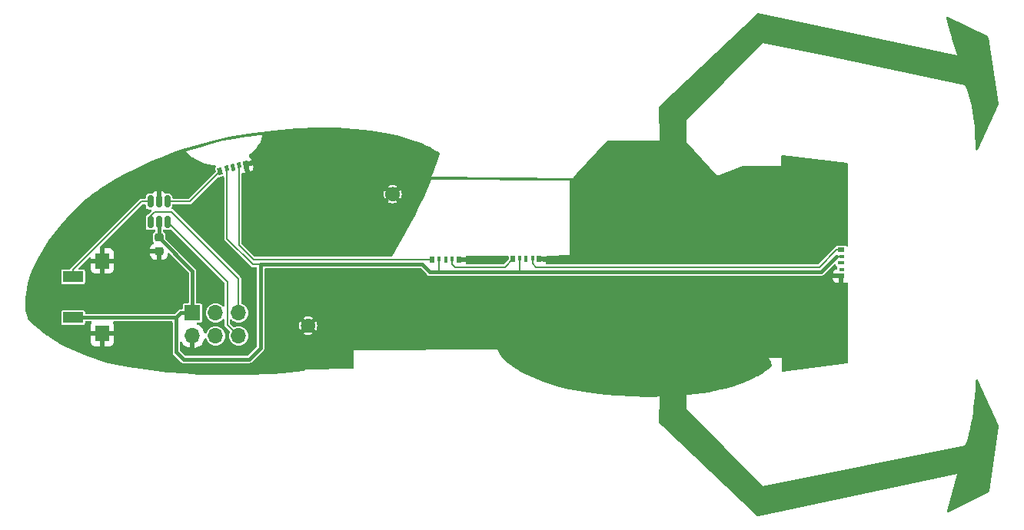
<source format=gbl>
%TF.GenerationSoftware,KiCad,Pcbnew,8.0.5*%
%TF.CreationDate,2025-03-05T17:25:15-08:00*%
%TF.ProjectId,portal-gun,706f7274-616c-42d6-9775-6e2e6b696361,rev?*%
%TF.SameCoordinates,Original*%
%TF.FileFunction,Copper,L2,Bot*%
%TF.FilePolarity,Positive*%
%FSLAX46Y46*%
G04 Gerber Fmt 4.6, Leading zero omitted, Abs format (unit mm)*
G04 Created by KiCad (PCBNEW 8.0.5) date 2025-03-05 17:25:15*
%MOMM*%
%LPD*%
G01*
G04 APERTURE LIST*
G04 Aperture macros list*
%AMRoundRect*
0 Rectangle with rounded corners*
0 $1 Rounding radius*
0 $2 $3 $4 $5 $6 $7 $8 $9 X,Y pos of 4 corners*
0 Add a 4 corners polygon primitive as box body*
4,1,4,$2,$3,$4,$5,$6,$7,$8,$9,$2,$3,0*
0 Add four circle primitives for the rounded corners*
1,1,$1+$1,$2,$3*
1,1,$1+$1,$4,$5*
1,1,$1+$1,$6,$7*
1,1,$1+$1,$8,$9*
0 Add four rect primitives between the rounded corners*
20,1,$1+$1,$2,$3,$4,$5,0*
20,1,$1+$1,$4,$5,$6,$7,0*
20,1,$1+$1,$6,$7,$8,$9,0*
20,1,$1+$1,$8,$9,$2,$3,0*%
%AMRotRect*
0 Rectangle, with rotation*
0 The origin of the aperture is its center*
0 $1 length*
0 $2 width*
0 $3 Rotation angle, in degrees counterclockwise*
0 Add horizontal line*
21,1,$1,$2,0,0,$3*%
G04 Aperture macros list end*
%TA.AperFunction,ComponentPad*%
%ADD10C,1.000000*%
%TD*%
%TA.AperFunction,SMDPad,CuDef*%
%ADD11R,2.200000X1.200000*%
%TD*%
%TA.AperFunction,SMDPad,CuDef*%
%ADD12R,1.510000X1.800000*%
%TD*%
%TA.AperFunction,SMDPad,CuDef*%
%ADD13RoundRect,0.225000X-0.250000X0.225000X-0.250000X-0.225000X0.250000X-0.225000X0.250000X0.225000X0*%
%TD*%
%TA.AperFunction,SMDPad,CuDef*%
%ADD14R,0.800000X0.500000*%
%TD*%
%TA.AperFunction,SMDPad,CuDef*%
%ADD15R,0.600000X0.400000*%
%TD*%
%TA.AperFunction,SMDPad,CuDef*%
%ADD16R,0.800000X0.400000*%
%TD*%
%TA.AperFunction,SMDPad,CuDef*%
%ADD17R,0.500000X0.800000*%
%TD*%
%TA.AperFunction,SMDPad,CuDef*%
%ADD18R,0.400000X0.600000*%
%TD*%
%TA.AperFunction,SMDPad,CuDef*%
%ADD19R,0.400000X0.800000*%
%TD*%
%TA.AperFunction,SMDPad,CuDef*%
%ADD20RotRect,0.500000X0.800000X195.000000*%
%TD*%
%TA.AperFunction,SMDPad,CuDef*%
%ADD21RotRect,0.400000X0.600000X195.000000*%
%TD*%
%TA.AperFunction,SMDPad,CuDef*%
%ADD22RotRect,0.400000X0.800000X195.000000*%
%TD*%
%TA.AperFunction,SMDPad,CuDef*%
%ADD23RoundRect,0.150000X-0.150000X0.512500X-0.150000X-0.512500X0.150000X-0.512500X0.150000X0.512500X0*%
%TD*%
%TA.AperFunction,ComponentPad*%
%ADD24R,1.700000X1.700000*%
%TD*%
%TA.AperFunction,ComponentPad*%
%ADD25O,1.700000X1.700000*%
%TD*%
%TA.AperFunction,ViaPad*%
%ADD26C,0.600000*%
%TD*%
%TA.AperFunction,Conductor*%
%ADD27C,0.400000*%
%TD*%
%TA.AperFunction,Conductor*%
%ADD28C,0.200000*%
%TD*%
G04 APERTURE END LIST*
D10*
%TO.P,REF\u002A\u002A,1*%
%TO.N,GND*%
X136925000Y-88675000D03*
%TD*%
%TO.P,,1*%
%TO.N,GND*%
X146225000Y-74175000D03*
%TD*%
D11*
%TO.P,SW1,1,1*%
%TO.N,VDD*%
X111050000Y-87775000D03*
%TO.P,SW1,2,2*%
%TO.N,Net-(U1-PA4)*%
X111050000Y-83275000D03*
D12*
%TO.P,SW1,3*%
%TO.N,GND*%
X114250000Y-89525000D03*
%TO.P,SW1,4*%
X114250000Y-81525000D03*
%TD*%
D13*
%TO.P,C1,2*%
%TO.N,GND*%
X120500000Y-80475000D03*
%TO.P,C1,1*%
%TO.N,VDD*%
X120500000Y-78925000D03*
%TD*%
D14*
%TO.P,U5,1,DIN*%
%TO.N,Net-(U4-DO)*%
X195625000Y-80300000D03*
D15*
%TO.P,U5,2,VDD*%
%TO.N,VDD*%
X195725000Y-81050000D03*
D16*
%TO.P,U5,3,FDIN*%
%TO.N,unconnected-(U5-FDIN-Pad3)*%
X195625000Y-81750000D03*
D15*
%TO.P,U5,4,DO*%
%TO.N,unconnected-(U5-DO-Pad4)*%
X195725000Y-82450000D03*
D14*
%TO.P,U5,5,GND*%
%TO.N,GND*%
X195625000Y-83200000D03*
%TD*%
D17*
%TO.P,U4,1,DIN*%
%TO.N,Net-(U3-DO)*%
X159482000Y-81342643D03*
D18*
%TO.P,U4,2,VDD*%
%TO.N,VDD*%
X160232000Y-81242643D03*
D19*
%TO.P,U4,3,FDIN*%
%TO.N,unconnected-(U4-FDIN-Pad3)*%
X160932000Y-81342643D03*
D18*
%TO.P,U4,4,DO*%
%TO.N,Net-(U4-DO)*%
X161632000Y-81242643D03*
D17*
%TO.P,U4,5,GND*%
%TO.N,GND*%
X162382000Y-81342643D03*
%TD*%
%TO.P,U3,1,DIN*%
%TO.N,Net-(U2-DO)*%
X150607000Y-81392643D03*
D18*
%TO.P,U3,2,VDD*%
%TO.N,VDD*%
X151357000Y-81292643D03*
D19*
%TO.P,U3,3,FDIN*%
%TO.N,unconnected-(U3-FDIN-Pad3)*%
X152057000Y-81392643D03*
D18*
%TO.P,U3,4,DO*%
%TO.N,Net-(U3-DO)*%
X152757000Y-81292643D03*
D17*
%TO.P,U3,5,GND*%
%TO.N,GND*%
X153507000Y-81392643D03*
%TD*%
D20*
%TO.P,U2,1,DIN*%
%TO.N,Net-(U1-PA5)*%
X127244349Y-71641227D03*
D21*
%TO.P,U2,2,VDD*%
%TO.N,VDD*%
X127942911Y-71350520D03*
D22*
%TO.P,U2,3,FDIN*%
%TO.N,unconnected-(U2-FDIN-Pad3)*%
X128644941Y-71265939D03*
D21*
%TO.P,U2,4,DO*%
%TO.N,Net-(U2-DO)*%
X129295207Y-70988173D03*
D20*
%TO.P,U2,5,GND*%
%TO.N,GND*%
X130045533Y-70890652D03*
%TD*%
D23*
%TO.P,U1,1,PA4*%
%TO.N,Net-(U1-PA4)*%
X119550000Y-74987500D03*
%TO.P,U1,2,GND*%
%TO.N,GND*%
X120500000Y-74987500D03*
%TO.P,U1,3,PA5*%
%TO.N,Net-(U1-PA5)*%
X121450000Y-74987500D03*
%TO.P,U1,4,PA6/7*%
%TO.N,Net-(J1-Pin_6)*%
X121450000Y-77262500D03*
%TO.P,U1,5,VDD*%
%TO.N,VDD*%
X120500000Y-77262500D03*
%TO.P,U1,6,PA3*%
%TO.N,Net-(J1-Pin_5)*%
X119550000Y-77262500D03*
%TD*%
D24*
%TO.P,J1,1,Pin_1*%
%TO.N,VDD*%
X124195000Y-87260000D03*
D25*
%TO.P,J1,2,Pin_2*%
%TO.N,GND*%
X124195000Y-89800000D03*
%TO.P,J1,3,Pin_3*%
%TO.N,unconnected-(J1-Pin_3-Pad3)*%
X126735000Y-87260000D03*
%TO.P,J1,4,Pin_4*%
%TO.N,unconnected-(J1-Pin_4-Pad4)*%
X126735000Y-89800000D03*
%TO.P,J1,5,Pin_5*%
%TO.N,Net-(J1-Pin_5)*%
X129275000Y-87260000D03*
%TO.P,J1,6,Pin_6*%
%TO.N,Net-(J1-Pin_6)*%
X129275000Y-89800000D03*
%TD*%
D26*
%TO.N,GND*%
X130625000Y-70775000D03*
X195625000Y-83800000D03*
X163000000Y-81350000D03*
X154100000Y-81400000D03*
X120475000Y-73875000D03*
X120475000Y-81300000D03*
%TD*%
D27*
%TO.N,VDD*%
X123225000Y-92400000D02*
X122400000Y-91575000D01*
X122400000Y-91575000D02*
X122400000Y-87775000D01*
X130400000Y-92400000D02*
X123225000Y-92400000D01*
X131701058Y-91098942D02*
X130400000Y-92400000D01*
X131701058Y-81956301D02*
X131701058Y-91098942D01*
X131732359Y-81925000D02*
X131701058Y-81956301D01*
D28*
X127989358Y-79064358D02*
X127989358Y-71350520D01*
X130850000Y-81925000D02*
X127989358Y-79064358D01*
X131732359Y-81925000D02*
X130850000Y-81925000D01*
D27*
X149475000Y-81925000D02*
X131732359Y-81925000D01*
X150325000Y-82775000D02*
X149475000Y-81925000D01*
X151325000Y-82775000D02*
X150325000Y-82775000D01*
D28*
%TO.N,Net-(U2-DO)*%
X130892643Y-81392643D02*
X150607000Y-81392643D01*
X129295207Y-79795207D02*
X130892643Y-81392643D01*
X129295207Y-70988173D02*
X129295207Y-79795207D01*
D27*
%TO.N,VDD*%
X124195000Y-82620000D02*
X120500000Y-78925000D01*
X124195000Y-87260000D02*
X124195000Y-82620000D01*
X122400000Y-87775000D02*
X111050000Y-87775000D01*
X122915000Y-87260000D02*
X122400000Y-87775000D01*
X124195000Y-87260000D02*
X122915000Y-87260000D01*
D28*
%TO.N,Net-(J1-Pin_5)*%
X119550000Y-76600001D02*
X119550000Y-77262500D01*
X121900000Y-76125000D02*
X120025001Y-76125000D01*
X120025001Y-76125000D02*
X119550000Y-76600001D01*
X129275000Y-83500000D02*
X121900000Y-76125000D01*
X129275000Y-87260000D02*
X129275000Y-83500000D01*
%TO.N,Net-(J1-Pin_6)*%
X128025000Y-83837500D02*
X121450000Y-77262500D01*
X128025000Y-88550000D02*
X128025000Y-83837500D01*
X129275000Y-89800000D02*
X128025000Y-88550000D01*
%TO.N,Net-(U1-PA5)*%
X123910576Y-74975000D02*
X127244349Y-71641227D01*
X121462500Y-74975000D02*
X123910576Y-74975000D01*
X121450000Y-74987500D02*
X121462500Y-74975000D01*
%TO.N,GND*%
X130509348Y-70890652D02*
X130625000Y-70775000D01*
X130045533Y-70890652D02*
X130509348Y-70890652D01*
X195625000Y-83200000D02*
X195625000Y-83800000D01*
X162992643Y-81342643D02*
X163000000Y-81350000D01*
X162382000Y-81342643D02*
X162992643Y-81342643D01*
X154092643Y-81392643D02*
X154100000Y-81400000D01*
X153507000Y-81392643D02*
X154092643Y-81392643D01*
X120500000Y-73900000D02*
X120475000Y-73875000D01*
X120500000Y-74987500D02*
X120500000Y-73900000D01*
X120500000Y-81275000D02*
X120475000Y-81300000D01*
X120500000Y-80475000D02*
X120500000Y-81275000D01*
%TO.N,VDD*%
X195725000Y-81050000D02*
X195107107Y-81050000D01*
%TO.N,Net-(U4-DO)*%
X195150000Y-80300000D02*
X195625000Y-80300000D01*
X193225000Y-82225000D02*
X195150000Y-80300000D01*
X161632000Y-81842643D02*
X162014357Y-82225000D01*
X161632000Y-81242643D02*
X161632000Y-81842643D01*
X162014357Y-82225000D02*
X193225000Y-82225000D01*
%TO.N,Net-(U3-DO)*%
X153089357Y-82225000D02*
X158599643Y-82225000D01*
X152757000Y-81892643D02*
X153089357Y-82225000D01*
X152757000Y-81292643D02*
X152757000Y-81892643D01*
X158599643Y-82225000D02*
X159482000Y-81342643D01*
%TO.N,Net-(U1-PA4)*%
X118532500Y-74987500D02*
X119550000Y-74987500D01*
X111050000Y-82470000D02*
X118532500Y-74987500D01*
X111050000Y-83275000D02*
X111050000Y-82470000D01*
D27*
%TO.N,VDD*%
X120500000Y-77262500D02*
X120500000Y-78925000D01*
X195107107Y-81050000D02*
X193382107Y-82775000D01*
D28*
X160232000Y-82768000D02*
X160225000Y-82775000D01*
X151357000Y-82743000D02*
X151325000Y-82775000D01*
D27*
X193382107Y-82775000D02*
X160225000Y-82775000D01*
D28*
X160232000Y-81242643D02*
X160232000Y-82768000D01*
D27*
X160225000Y-82775000D02*
X151325000Y-82775000D01*
D28*
X151357000Y-81292643D02*
X151357000Y-82743000D01*
%TD*%
%TA.AperFunction,Conductor*%
%TO.N,GND*%
G36*
X186461205Y-54230549D02*
G01*
X186461731Y-54230608D01*
X186473770Y-54232559D01*
X208408176Y-58907993D01*
X207832627Y-56966443D01*
X207832562Y-56966174D01*
X207832557Y-56966176D01*
X207829014Y-56954156D01*
X207829017Y-56954154D01*
X207828929Y-56953903D01*
X207398383Y-55486042D01*
X207398090Y-55484821D01*
X207398074Y-55484826D01*
X207394925Y-55473818D01*
X207394941Y-55473813D01*
X207394546Y-55472629D01*
X207210240Y-54811746D01*
X207207546Y-54799849D01*
X207207475Y-54799444D01*
X207206516Y-54763089D01*
X207206829Y-54760508D01*
X207206829Y-54760500D01*
X207206834Y-54760465D01*
X207206835Y-54760434D01*
X207206839Y-54760401D01*
X207206844Y-54760382D01*
X207207059Y-54758616D01*
X207207356Y-54758652D01*
X207220670Y-54713704D01*
X207220784Y-54713488D01*
X207251114Y-54676066D01*
X207251167Y-54676021D01*
X207251177Y-54676014D01*
X207251185Y-54676006D01*
X207251305Y-54675907D01*
X207293918Y-54652769D01*
X207294147Y-54652698D01*
X207340340Y-54647835D01*
X207340358Y-54647544D01*
X207342102Y-54647650D01*
X207342123Y-54647648D01*
X207342206Y-54647654D01*
X207342232Y-54647658D01*
X207344867Y-54647818D01*
X207380508Y-54655347D01*
X207380908Y-54655495D01*
X207392049Y-54660266D01*
X211762779Y-56790998D01*
X211773381Y-56796825D01*
X211773947Y-56797173D01*
X211792464Y-56811098D01*
X211796102Y-56814409D01*
X211812372Y-56832431D01*
X211813973Y-56834598D01*
X211826442Y-56855492D01*
X211828539Y-56859949D01*
X211836362Y-56881593D01*
X211836526Y-56882225D01*
X211839012Y-56894211D01*
X212976366Y-64166696D01*
X212977644Y-64178627D01*
X212977668Y-64179038D01*
X212975502Y-64203499D01*
X212976635Y-64203658D01*
X212974942Y-64215743D01*
X212973790Y-64215581D01*
X212969222Y-64239551D01*
X212969085Y-64239944D01*
X212964525Y-64251215D01*
X210647353Y-69257161D01*
X210641766Y-69267837D01*
X210641560Y-69268188D01*
X210618654Y-69296605D01*
X210613971Y-69300921D01*
X210613518Y-69300430D01*
X210575274Y-69324697D01*
X210575447Y-69325132D01*
X210575336Y-69325176D01*
X210574215Y-69325369D01*
X210573263Y-69325974D01*
X210573164Y-69326011D01*
X210573002Y-69325579D01*
X210528416Y-69333286D01*
X210528411Y-69333893D01*
X210528300Y-69333892D01*
X210526828Y-69333560D01*
X210525294Y-69333826D01*
X210525180Y-69333822D01*
X210525201Y-69333195D01*
X210481047Y-69323261D01*
X210480756Y-69323946D01*
X210480662Y-69323906D01*
X210479136Y-69322831D01*
X210477322Y-69322423D01*
X210477214Y-69322373D01*
X210477526Y-69321696D01*
X210441503Y-69296312D01*
X210440932Y-69296877D01*
X210440850Y-69296794D01*
X210439775Y-69295095D01*
X210438099Y-69293914D01*
X210438027Y-69293836D01*
X210438627Y-69293281D01*
X210414954Y-69255858D01*
X210414133Y-69256192D01*
X210411732Y-69250278D01*
X210403139Y-69214918D01*
X210403100Y-69214494D01*
X210402590Y-69202345D01*
X210403189Y-69118187D01*
X210407496Y-68513268D01*
X210384745Y-67738844D01*
X210358658Y-67272397D01*
X210348177Y-67135942D01*
X210331784Y-66922500D01*
X210319510Y-66762697D01*
X210264927Y-66218018D01*
X210192517Y-65646174D01*
X210099911Y-65055101D01*
X209984731Y-64452544D01*
X209844654Y-63846459D01*
X209677126Y-63243839D01*
X209582804Y-62947780D01*
X209480592Y-62654996D01*
X209370479Y-62367289D01*
X209277156Y-62145065D01*
X209277155Y-62145064D01*
X193758909Y-58907991D01*
X186987696Y-57495530D01*
X186987695Y-57495530D01*
X186987694Y-57495530D01*
X178626480Y-66106172D01*
X178626479Y-66106174D01*
X178621373Y-68450000D01*
X178621373Y-68450001D01*
X182000000Y-72175000D01*
X184739432Y-71079226D01*
X184761158Y-71072768D01*
X184862591Y-71052481D01*
X184887650Y-71050076D01*
X189025000Y-71075000D01*
X189029396Y-70023406D01*
X189029992Y-70011788D01*
X189030245Y-70009217D01*
X189043596Y-69966888D01*
X189042567Y-69966388D01*
X189044187Y-69963052D01*
X189044193Y-69963043D01*
X189044197Y-69963033D01*
X189044254Y-69962916D01*
X189045273Y-69961570D01*
X189045597Y-69960544D01*
X189046048Y-69959743D01*
X189046475Y-69959983D01*
X189073429Y-69924407D01*
X189073602Y-69924253D01*
X189073610Y-69924247D01*
X189073617Y-69924239D01*
X189073662Y-69924200D01*
X189112361Y-69901546D01*
X189112175Y-69901095D01*
X189113024Y-69900743D01*
X189114069Y-69900546D01*
X189115507Y-69899705D01*
X189115620Y-69899665D01*
X189115634Y-69899662D01*
X189115647Y-69899656D01*
X189119155Y-69898444D01*
X189119526Y-69899519D01*
X189163147Y-69891316D01*
X189165458Y-69891365D01*
X189177590Y-69892219D01*
X196285724Y-70745194D01*
X196297746Y-70747242D01*
X196298130Y-70747327D01*
X196327713Y-70758629D01*
X196327919Y-70758206D01*
X196331361Y-70759881D01*
X196331738Y-70760167D01*
X196332086Y-70760300D01*
X196334415Y-70761609D01*
X196334183Y-70762021D01*
X196369825Y-70789049D01*
X196370031Y-70789281D01*
X196392729Y-70828073D01*
X196393167Y-70827893D01*
X196394184Y-70830355D01*
X196394273Y-70830711D01*
X196394507Y-70831111D01*
X196395759Y-70834734D01*
X196395316Y-70834886D01*
X196402980Y-70865539D01*
X196403020Y-70865945D01*
X196403617Y-70878204D01*
X196396322Y-79836161D01*
X196376583Y-79903184D01*
X196323742Y-79948896D01*
X196254575Y-79958783D01*
X196191043Y-79929707D01*
X196170438Y-79906333D01*
X196169553Y-79905448D01*
X196103230Y-79861132D01*
X196103229Y-79861131D01*
X196044752Y-79849500D01*
X196044748Y-79849500D01*
X195205252Y-79849500D01*
X195205247Y-79849500D01*
X195146770Y-79861131D01*
X195146769Y-79861132D01*
X195080447Y-79905447D01*
X195036132Y-79971769D01*
X195031460Y-79983050D01*
X195029912Y-79982409D01*
X195004145Y-80031662D01*
X194976920Y-80052940D01*
X194965486Y-80059541D01*
X193136848Y-81888181D01*
X193075525Y-81921666D01*
X193049167Y-81924500D01*
X163255637Y-81924500D01*
X163188598Y-81904815D01*
X163142843Y-81852011D01*
X163133355Y-81793878D01*
X163131822Y-81793796D01*
X163132000Y-81790470D01*
X163132000Y-81592643D01*
X162256000Y-81592643D01*
X162188961Y-81572958D01*
X162143206Y-81520154D01*
X162132000Y-81468643D01*
X162132000Y-81216643D01*
X162151685Y-81149604D01*
X162204489Y-81103849D01*
X162256000Y-81092643D01*
X163132000Y-81092643D01*
X163132000Y-81059134D01*
X163151685Y-80992095D01*
X163204489Y-80946340D01*
X163255484Y-80935135D01*
X165700000Y-80925000D01*
X165700000Y-80924999D01*
X165701858Y-80924992D01*
X165704759Y-80922080D01*
X165704759Y-72687787D01*
X165704519Y-72687546D01*
X150524957Y-72606563D01*
X149701467Y-74417385D01*
X149700620Y-74419208D01*
X149252461Y-75363742D01*
X149251614Y-75365491D01*
X148763751Y-76353420D01*
X148762750Y-76355403D01*
X148223962Y-77398946D01*
X148222857Y-77401037D01*
X147621795Y-78512674D01*
X147620636Y-78514769D01*
X146945950Y-79706957D01*
X146944779Y-79708981D01*
X146163203Y-81031240D01*
X146112145Y-81078935D01*
X146056457Y-81092143D01*
X131068476Y-81092143D01*
X131001437Y-81072458D01*
X130980795Y-81055824D01*
X129632026Y-79707055D01*
X129598541Y-79645732D01*
X129595707Y-79619374D01*
X129595707Y-74175000D01*
X145220161Y-74175000D01*
X145239468Y-74371032D01*
X145296651Y-74559537D01*
X145362923Y-74683522D01*
X145511704Y-74534740D01*
X145599229Y-74674036D01*
X145725964Y-74800771D01*
X145865257Y-74888294D01*
X145716476Y-75037075D01*
X145840462Y-75103348D01*
X146028969Y-75160531D01*
X146028965Y-75160531D01*
X146225000Y-75179838D01*
X146421032Y-75160531D01*
X146609537Y-75103348D01*
X146733523Y-75037076D01*
X146733523Y-75037075D01*
X146584742Y-74888294D01*
X146724036Y-74800771D01*
X146850771Y-74674036D01*
X146938294Y-74534741D01*
X147087076Y-74683523D01*
X147153348Y-74559537D01*
X147210531Y-74371032D01*
X147229838Y-74175000D01*
X147210531Y-73978967D01*
X147153348Y-73790462D01*
X147087075Y-73666476D01*
X146938294Y-73815256D01*
X146850771Y-73675964D01*
X146724036Y-73549229D01*
X146584740Y-73461704D01*
X146733522Y-73312923D01*
X146609537Y-73246651D01*
X146421030Y-73189468D01*
X146421034Y-73189468D01*
X146225000Y-73170161D01*
X146028967Y-73189468D01*
X145840466Y-73246649D01*
X145716476Y-73312923D01*
X145865258Y-73461705D01*
X145725964Y-73549229D01*
X145599229Y-73675964D01*
X145511705Y-73815258D01*
X145362923Y-73666476D01*
X145296649Y-73790466D01*
X145239468Y-73978967D01*
X145220161Y-74175000D01*
X129595707Y-74175000D01*
X129595707Y-71938662D01*
X129615392Y-71871623D01*
X129668196Y-71825868D01*
X129737354Y-71815924D01*
X129765795Y-71823545D01*
X129788484Y-71832628D01*
X129788490Y-71832630D01*
X129931608Y-71846297D01*
X129931615Y-71846296D01*
X129990777Y-71837071D01*
X130036987Y-71824689D01*
X129867826Y-71193368D01*
X129834081Y-71067428D01*
X130351719Y-71067428D01*
X130519951Y-71695280D01*
X130566146Y-71682903D01*
X130566150Y-71682902D01*
X130622013Y-71661305D01*
X130622015Y-71661304D01*
X130739126Y-71577909D01*
X130739129Y-71577906D01*
X130828007Y-71464887D01*
X130881443Y-71331414D01*
X130881445Y-71331405D01*
X130895112Y-71188287D01*
X130895111Y-71188280D01*
X130885886Y-71129118D01*
X130834681Y-70938019D01*
X130351719Y-71067428D01*
X129834081Y-71067428D01*
X129771440Y-70833649D01*
X129773103Y-70763800D01*
X129812266Y-70705937D01*
X129859121Y-70681781D01*
X130705271Y-70455055D01*
X130654073Y-70263978D01*
X130654066Y-70263956D01*
X130632476Y-70208110D01*
X130549073Y-70090986D01*
X130549072Y-70090985D01*
X130443341Y-70007839D01*
X130402812Y-69950926D01*
X130399487Y-69881135D01*
X130434421Y-69820626D01*
X130450549Y-69807638D01*
X130458018Y-69802591D01*
X130632649Y-69672022D01*
X130792112Y-69540279D01*
X130937095Y-69408010D01*
X131068289Y-69275865D01*
X131186381Y-69144493D01*
X131292062Y-69014543D01*
X131386020Y-68886665D01*
X131541526Y-68639719D01*
X131658410Y-68408849D01*
X131660441Y-68403766D01*
X131662597Y-68398702D01*
X131662922Y-68397981D01*
X131662929Y-68397969D01*
X131746706Y-68188369D01*
X131802887Y-68005231D01*
X131836988Y-67853751D01*
X131854519Y-67739120D01*
X131861929Y-67641183D01*
X131861928Y-67641183D01*
X131681970Y-67663242D01*
X131388450Y-67699223D01*
X131388427Y-67699225D01*
X131388419Y-67699227D01*
X131087233Y-67738844D01*
X130240432Y-67850229D01*
X129541168Y-67949760D01*
X129179904Y-68005249D01*
X128826509Y-68059529D01*
X128147505Y-68175209D01*
X127555306Y-68292454D01*
X126988228Y-68428934D01*
X126345677Y-68601852D01*
X125020461Y-68989635D01*
X123511551Y-69462053D01*
X123508593Y-69472443D01*
X123508594Y-69472444D01*
X123584352Y-69560110D01*
X123678380Y-69658982D01*
X123752130Y-69730016D01*
X123809233Y-69785017D01*
X123809248Y-69785031D01*
X123976504Y-69931108D01*
X124179692Y-70090068D01*
X124294626Y-70172150D01*
X124418373Y-70254776D01*
X124433193Y-70263978D01*
X124542816Y-70332046D01*
X124550898Y-70337064D01*
X124692107Y-70418099D01*
X124841971Y-70497004D01*
X124841978Y-70497007D01*
X124841985Y-70497011D01*
X125000451Y-70572894D01*
X125167454Y-70644859D01*
X125342940Y-70712014D01*
X125526853Y-70773465D01*
X125719137Y-70828320D01*
X125919735Y-70875687D01*
X126128592Y-70914673D01*
X126345652Y-70944386D01*
X126570859Y-70963932D01*
X126672213Y-70967619D01*
X126738492Y-70989728D01*
X126782297Y-71044161D01*
X126789719Y-71113635D01*
X126760934Y-71173294D01*
X126722301Y-71217347D01*
X126696661Y-71292876D01*
X126696661Y-71292877D01*
X126696661Y-71292878D01*
X126700561Y-71352380D01*
X126730707Y-71464887D01*
X126768181Y-71604742D01*
X126766518Y-71674592D01*
X126736087Y-71724516D01*
X123822424Y-74638181D01*
X123761101Y-74671666D01*
X123734743Y-74674500D01*
X122074500Y-74674500D01*
X122007461Y-74654815D01*
X121961706Y-74602011D01*
X121950500Y-74550500D01*
X121950500Y-74441739D01*
X121940573Y-74373608D01*
X121939314Y-74371032D01*
X121889198Y-74268517D01*
X121889196Y-74268515D01*
X121889196Y-74268514D01*
X121806485Y-74185803D01*
X121701391Y-74134426D01*
X121633261Y-74124500D01*
X121633260Y-74124500D01*
X121268033Y-74124500D01*
X121200994Y-74104815D01*
X121170051Y-74076497D01*
X121167679Y-74073439D01*
X121051561Y-73957321D01*
X121051552Y-73957314D01*
X120910196Y-73873717D01*
X120910193Y-73873716D01*
X120752494Y-73827900D01*
X120752497Y-73827900D01*
X120750000Y-73827703D01*
X120750000Y-75113500D01*
X120730315Y-75180539D01*
X120677511Y-75226294D01*
X120626000Y-75237500D01*
X120374000Y-75237500D01*
X120306961Y-75217815D01*
X120261206Y-75165011D01*
X120250000Y-75113500D01*
X120250000Y-73827703D01*
X120247503Y-73827900D01*
X120089806Y-73873716D01*
X120089803Y-73873717D01*
X119948447Y-73957314D01*
X119948442Y-73957318D01*
X119832316Y-74073445D01*
X119829944Y-74076504D01*
X119827475Y-74078286D01*
X119826802Y-74078960D01*
X119826693Y-74078851D01*
X119773300Y-74117409D01*
X119731967Y-74124500D01*
X119366739Y-74124500D01*
X119298608Y-74134426D01*
X119193514Y-74185803D01*
X119110803Y-74268514D01*
X119059426Y-74373608D01*
X119049500Y-74441739D01*
X119049500Y-74563000D01*
X119029815Y-74630039D01*
X118977011Y-74675794D01*
X118925500Y-74687000D01*
X118492938Y-74687000D01*
X118462367Y-74695191D01*
X118416508Y-74707479D01*
X118416507Y-74707480D01*
X118369641Y-74734539D01*
X118369640Y-74734539D01*
X118347995Y-74747035D01*
X118347987Y-74747041D01*
X110809541Y-82285487D01*
X110809535Y-82285495D01*
X110769982Y-82354004D01*
X110769979Y-82354011D01*
X110762319Y-82382595D01*
X110725956Y-82442254D01*
X110663110Y-82472783D01*
X110642546Y-82474500D01*
X109930247Y-82474500D01*
X109871770Y-82486131D01*
X109871769Y-82486132D01*
X109805447Y-82530447D01*
X109761132Y-82596769D01*
X109761131Y-82596770D01*
X109749500Y-82655247D01*
X109749500Y-83894752D01*
X109761131Y-83953229D01*
X109761132Y-83953230D01*
X109805447Y-84019552D01*
X109871769Y-84063867D01*
X109871770Y-84063868D01*
X109930247Y-84075499D01*
X109930250Y-84075500D01*
X109930252Y-84075500D01*
X112169750Y-84075500D01*
X112169751Y-84075499D01*
X112184568Y-84072552D01*
X112228229Y-84063868D01*
X112228229Y-84063867D01*
X112228231Y-84063867D01*
X112294552Y-84019552D01*
X112338867Y-83953231D01*
X112338867Y-83953229D01*
X112338868Y-83953229D01*
X112350499Y-83894752D01*
X112350500Y-83894750D01*
X112350500Y-82655249D01*
X112350499Y-82655247D01*
X112338868Y-82596770D01*
X112338867Y-82596769D01*
X112294552Y-82530447D01*
X112228230Y-82486132D01*
X112228229Y-82486131D01*
X112169752Y-82474500D01*
X112169748Y-82474500D01*
X111769833Y-82474500D01*
X111764193Y-82472844D01*
X112995000Y-82472844D01*
X113001401Y-82532372D01*
X113001403Y-82532379D01*
X113051645Y-82667086D01*
X113051649Y-82667093D01*
X113137809Y-82782187D01*
X113137812Y-82782190D01*
X113252906Y-82868350D01*
X113252913Y-82868354D01*
X113387620Y-82918596D01*
X113387627Y-82918598D01*
X113447155Y-82924999D01*
X113447172Y-82925000D01*
X114000000Y-82925000D01*
X114500000Y-82925000D01*
X115052828Y-82925000D01*
X115052844Y-82924999D01*
X115112372Y-82918598D01*
X115112379Y-82918596D01*
X115247086Y-82868354D01*
X115247093Y-82868350D01*
X115362187Y-82782190D01*
X115362190Y-82782187D01*
X115448350Y-82667093D01*
X115448354Y-82667086D01*
X115498596Y-82532379D01*
X115498598Y-82532372D01*
X115504999Y-82472844D01*
X115505000Y-82472827D01*
X115505000Y-81775000D01*
X114500000Y-81775000D01*
X114500000Y-82925000D01*
X114000000Y-82925000D01*
X114000000Y-81775000D01*
X112995000Y-81775000D01*
X112995000Y-82472844D01*
X111764193Y-82472844D01*
X111702794Y-82454815D01*
X111657039Y-82402011D01*
X111647095Y-82332853D01*
X111676120Y-82269297D01*
X111682152Y-82262819D01*
X112783319Y-81161652D01*
X112844642Y-81128167D01*
X112914334Y-81133151D01*
X112970267Y-81175023D01*
X112994684Y-81240487D01*
X112995000Y-81249333D01*
X112995000Y-81275000D01*
X114000000Y-81275000D01*
X114500000Y-81275000D01*
X115505000Y-81275000D01*
X115505000Y-80748322D01*
X119525001Y-80748322D01*
X119535144Y-80847607D01*
X119588452Y-81008481D01*
X119588457Y-81008492D01*
X119677424Y-81152728D01*
X119677427Y-81152732D01*
X119797267Y-81272572D01*
X119797271Y-81272575D01*
X119941507Y-81361542D01*
X119941518Y-81361547D01*
X120102393Y-81414855D01*
X120201683Y-81424999D01*
X120249999Y-81424998D01*
X120250000Y-81424998D01*
X120250000Y-80725000D01*
X119525001Y-80725000D01*
X119525001Y-80748322D01*
X115505000Y-80748322D01*
X115505000Y-80577172D01*
X115504999Y-80577155D01*
X115498598Y-80517627D01*
X115498596Y-80517620D01*
X115448354Y-80382913D01*
X115448350Y-80382906D01*
X115362190Y-80267812D01*
X115362187Y-80267809D01*
X115247093Y-80181649D01*
X115247086Y-80181645D01*
X115112379Y-80131403D01*
X115112372Y-80131401D01*
X115052844Y-80125000D01*
X114500000Y-80125000D01*
X114500000Y-81275000D01*
X114000000Y-81275000D01*
X114000000Y-80125000D01*
X113997666Y-80122666D01*
X113964181Y-80061343D01*
X113969165Y-79991651D01*
X113997664Y-79947306D01*
X118620652Y-75324319D01*
X118681975Y-75290834D01*
X118708333Y-75288000D01*
X118925500Y-75288000D01*
X118992539Y-75307685D01*
X119038294Y-75360489D01*
X119049500Y-75412000D01*
X119049500Y-75533260D01*
X119059426Y-75601391D01*
X119110803Y-75706485D01*
X119193514Y-75789196D01*
X119193515Y-75789196D01*
X119193517Y-75789198D01*
X119298607Y-75840573D01*
X119328840Y-75844978D01*
X119366739Y-75850500D01*
X119575167Y-75850500D01*
X119642206Y-75870185D01*
X119687961Y-75922989D01*
X119697905Y-75992147D01*
X119668880Y-76055703D01*
X119662848Y-76062181D01*
X119481896Y-76243134D01*
X119365489Y-76359541D01*
X119352322Y-76372707D01*
X119344921Y-76380108D01*
X119306359Y-76403360D01*
X119307258Y-76405198D01*
X119193514Y-76460803D01*
X119110803Y-76543514D01*
X119059426Y-76648608D01*
X119049500Y-76716739D01*
X119049500Y-77808260D01*
X119059426Y-77876391D01*
X119110803Y-77981485D01*
X119193514Y-78064196D01*
X119193515Y-78064196D01*
X119193517Y-78064198D01*
X119298607Y-78115573D01*
X119330048Y-78120154D01*
X119366739Y-78125500D01*
X119366740Y-78125500D01*
X119733261Y-78125500D01*
X119755971Y-78122191D01*
X119801393Y-78115573D01*
X119906483Y-78064198D01*
X119906483Y-78064197D01*
X119915714Y-78059685D01*
X119916724Y-78061752D01*
X119969440Y-78043431D01*
X120037361Y-78059816D01*
X120085642Y-78110321D01*
X120099500Y-78167283D01*
X120099500Y-78223146D01*
X120079815Y-78290185D01*
X120031796Y-78333630D01*
X119996781Y-78351471D01*
X119996774Y-78351476D01*
X119901476Y-78446774D01*
X119901473Y-78446778D01*
X119840279Y-78566878D01*
X119824500Y-78666506D01*
X119824500Y-79183493D01*
X119840279Y-79283121D01*
X119840280Y-79283124D01*
X119840281Y-79283126D01*
X119871998Y-79345374D01*
X119901473Y-79403221D01*
X119901476Y-79403225D01*
X119920424Y-79422173D01*
X119953909Y-79483496D01*
X119948925Y-79553188D01*
X119907053Y-79609121D01*
X119897841Y-79615392D01*
X119797268Y-79677426D01*
X119677427Y-79797267D01*
X119677424Y-79797271D01*
X119588457Y-79941507D01*
X119588452Y-79941518D01*
X119535144Y-80102393D01*
X119525000Y-80201677D01*
X119525000Y-80225000D01*
X120626000Y-80225000D01*
X120693039Y-80244685D01*
X120738794Y-80297489D01*
X120750000Y-80349000D01*
X120750000Y-81424999D01*
X120798308Y-81424999D01*
X120798322Y-81424998D01*
X120897607Y-81414855D01*
X121058481Y-81361547D01*
X121058492Y-81361542D01*
X121202728Y-81272575D01*
X121202732Y-81272572D01*
X121322572Y-81152732D01*
X121322575Y-81152728D01*
X121411542Y-81008492D01*
X121411547Y-81008481D01*
X121464856Y-80847606D01*
X121474611Y-80752122D01*
X121501007Y-80687430D01*
X121558188Y-80647278D01*
X121627999Y-80644415D01*
X121685650Y-80677043D01*
X123758181Y-82749574D01*
X123791666Y-82810897D01*
X123794500Y-82837255D01*
X123794500Y-86085500D01*
X123774815Y-86152539D01*
X123722011Y-86198294D01*
X123670500Y-86209500D01*
X123325247Y-86209500D01*
X123266770Y-86221131D01*
X123266769Y-86221132D01*
X123200447Y-86265447D01*
X123156132Y-86331769D01*
X123156131Y-86331770D01*
X123144500Y-86390247D01*
X123144500Y-86735500D01*
X123124815Y-86802539D01*
X123072011Y-86848294D01*
X123020500Y-86859500D01*
X122862273Y-86859500D01*
X122760410Y-86886793D01*
X122669087Y-86939520D01*
X122669084Y-86939522D01*
X122270426Y-87338181D01*
X122209103Y-87371666D01*
X122182745Y-87374500D01*
X112474500Y-87374500D01*
X112407461Y-87354815D01*
X112361706Y-87302011D01*
X112350500Y-87250500D01*
X112350500Y-87155249D01*
X112350499Y-87155247D01*
X112338868Y-87096770D01*
X112338867Y-87096769D01*
X112294552Y-87030447D01*
X112228230Y-86986132D01*
X112228229Y-86986131D01*
X112169752Y-86974500D01*
X112169748Y-86974500D01*
X109930252Y-86974500D01*
X109930247Y-86974500D01*
X109871770Y-86986131D01*
X109871769Y-86986132D01*
X109805447Y-87030447D01*
X109761132Y-87096769D01*
X109761131Y-87096770D01*
X109749500Y-87155247D01*
X109749500Y-88394752D01*
X109761131Y-88453229D01*
X109761132Y-88453230D01*
X109805447Y-88519552D01*
X109871769Y-88563867D01*
X109871770Y-88563868D01*
X109930247Y-88575499D01*
X109930250Y-88575500D01*
X109930252Y-88575500D01*
X112169750Y-88575500D01*
X112169751Y-88575499D01*
X112184568Y-88572552D01*
X112228229Y-88563868D01*
X112228229Y-88563867D01*
X112228231Y-88563867D01*
X112294552Y-88519552D01*
X112338867Y-88453231D01*
X112338867Y-88453229D01*
X112338868Y-88453229D01*
X112350499Y-88394752D01*
X112350500Y-88394750D01*
X112350500Y-88299500D01*
X112370185Y-88232461D01*
X112422989Y-88186706D01*
X112474500Y-88175500D01*
X112959192Y-88175500D01*
X113026231Y-88195185D01*
X113071986Y-88247989D01*
X113081930Y-88317147D01*
X113058460Y-88373810D01*
X113051646Y-88382911D01*
X113051645Y-88382913D01*
X113001403Y-88517620D01*
X113001401Y-88517627D01*
X112995000Y-88577155D01*
X112995000Y-89275000D01*
X115505000Y-89275000D01*
X115505000Y-88577172D01*
X115504999Y-88577155D01*
X115498598Y-88517627D01*
X115498596Y-88517620D01*
X115448354Y-88382913D01*
X115448353Y-88382911D01*
X115441540Y-88373810D01*
X115417124Y-88308345D01*
X115431976Y-88240072D01*
X115481382Y-88190667D01*
X115540808Y-88175500D01*
X121875500Y-88175500D01*
X121942539Y-88195185D01*
X121988294Y-88247989D01*
X121999500Y-88299500D01*
X121999500Y-91522273D01*
X121999500Y-91627727D01*
X122004302Y-91645649D01*
X122026793Y-91729589D01*
X122053156Y-91775250D01*
X122079520Y-91820913D01*
X122979087Y-92720480D01*
X123058174Y-92766141D01*
X123068882Y-92772324D01*
X123070412Y-92773207D01*
X123172273Y-92800500D01*
X123172275Y-92800500D01*
X130452725Y-92800500D01*
X130452727Y-92800500D01*
X130554588Y-92773207D01*
X130645913Y-92720480D01*
X132021538Y-91344855D01*
X132074265Y-91253530D01*
X132101558Y-91151669D01*
X132101558Y-91046215D01*
X132101558Y-88675000D01*
X135920161Y-88675000D01*
X135939468Y-88871032D01*
X135996651Y-89059537D01*
X136062923Y-89183522D01*
X136211704Y-89034740D01*
X136299229Y-89174036D01*
X136425964Y-89300771D01*
X136565257Y-89388294D01*
X136416476Y-89537075D01*
X136540462Y-89603348D01*
X136728969Y-89660531D01*
X136728965Y-89660531D01*
X136925000Y-89679838D01*
X137121032Y-89660531D01*
X137309537Y-89603348D01*
X137433523Y-89537076D01*
X137433523Y-89537075D01*
X137284742Y-89388294D01*
X137424036Y-89300771D01*
X137550771Y-89174036D01*
X137638294Y-89034741D01*
X137787076Y-89183523D01*
X137853348Y-89059537D01*
X137910531Y-88871032D01*
X137929838Y-88675000D01*
X137910531Y-88478967D01*
X137853348Y-88290462D01*
X137787075Y-88166476D01*
X137638294Y-88315256D01*
X137550771Y-88175964D01*
X137424036Y-88049229D01*
X137284740Y-87961704D01*
X137433522Y-87812923D01*
X137309537Y-87746651D01*
X137121030Y-87689468D01*
X137121034Y-87689468D01*
X136925000Y-87670161D01*
X136728967Y-87689468D01*
X136540466Y-87746649D01*
X136416476Y-87812923D01*
X136565258Y-87961705D01*
X136425964Y-88049229D01*
X136299229Y-88175964D01*
X136211705Y-88315258D01*
X136062923Y-88166476D01*
X135996649Y-88290466D01*
X135939468Y-88478967D01*
X135920161Y-88675000D01*
X132101558Y-88675000D01*
X132101558Y-83497844D01*
X194725000Y-83497844D01*
X194731401Y-83557372D01*
X194731403Y-83557379D01*
X194781645Y-83692086D01*
X194781649Y-83692093D01*
X194867809Y-83807187D01*
X194867812Y-83807190D01*
X194982906Y-83893350D01*
X194982913Y-83893354D01*
X195117620Y-83943596D01*
X195117627Y-83943598D01*
X195177155Y-83949999D01*
X195177172Y-83950000D01*
X195375000Y-83950000D01*
X195375000Y-83450000D01*
X194725000Y-83450000D01*
X194725000Y-83497844D01*
X132101558Y-83497844D01*
X132101558Y-82449500D01*
X132121243Y-82382461D01*
X132174047Y-82336706D01*
X132225558Y-82325500D01*
X149257745Y-82325500D01*
X149324784Y-82345185D01*
X149345426Y-82361819D01*
X150000179Y-83016571D01*
X150000189Y-83016582D01*
X150004519Y-83020912D01*
X150004520Y-83020913D01*
X150079087Y-83095480D01*
X150170413Y-83148207D01*
X150272274Y-83175501D01*
X150272277Y-83175501D01*
X150385323Y-83175501D01*
X150385339Y-83175500D01*
X193434832Y-83175500D01*
X193434834Y-83175500D01*
X193536695Y-83148207D01*
X193628020Y-83095480D01*
X194815541Y-81907958D01*
X194876862Y-81874475D01*
X194946554Y-81879459D01*
X195002487Y-81921331D01*
X195024837Y-81971448D01*
X195036132Y-82028230D01*
X195080447Y-82094552D01*
X195146769Y-82138867D01*
X195147949Y-82139356D01*
X195150126Y-82141110D01*
X195156923Y-82145652D01*
X195156516Y-82146259D01*
X195202354Y-82183195D01*
X195224421Y-82249489D01*
X195224500Y-82253918D01*
X195224500Y-82333528D01*
X195204815Y-82400567D01*
X195152011Y-82446322D01*
X195124961Y-82453746D01*
X195125168Y-82454620D01*
X195117620Y-82456403D01*
X194982913Y-82506645D01*
X194982906Y-82506649D01*
X194867812Y-82592809D01*
X194867809Y-82592812D01*
X194781649Y-82707906D01*
X194781645Y-82707913D01*
X194731403Y-82842620D01*
X194731401Y-82842627D01*
X194725000Y-82902155D01*
X194725000Y-82950000D01*
X195751000Y-82950000D01*
X195818039Y-82969685D01*
X195863794Y-83022489D01*
X195875000Y-83074000D01*
X195875000Y-83950000D01*
X196072828Y-83950000D01*
X196072844Y-83949999D01*
X196132372Y-83943598D01*
X196132376Y-83943597D01*
X196225577Y-83908835D01*
X196295268Y-83903851D01*
X196356592Y-83937335D01*
X196390077Y-83998658D01*
X196392911Y-84025118D01*
X196385827Y-92725053D01*
X196385242Y-92736985D01*
X196385203Y-92737385D01*
X196377618Y-92767681D01*
X196378137Y-92767859D01*
X196376817Y-92771705D01*
X196376456Y-92772324D01*
X196376317Y-92772882D01*
X196375382Y-92775135D01*
X196374930Y-92774947D01*
X196352490Y-92813518D01*
X196352279Y-92813757D01*
X196316798Y-92840802D01*
X196317039Y-92841226D01*
X196314927Y-92842429D01*
X196314393Y-92842636D01*
X196313824Y-92843070D01*
X196310168Y-92844859D01*
X196309927Y-92844368D01*
X196280895Y-92855630D01*
X196280697Y-92855675D01*
X196280487Y-92855723D01*
X196268642Y-92857802D01*
X189213930Y-93746306D01*
X189201761Y-93747233D01*
X189199637Y-93747290D01*
X189179840Y-93746236D01*
X189179452Y-93746184D01*
X189155458Y-93739735D01*
X189155236Y-93740385D01*
X189151405Y-93739072D01*
X189150040Y-93738279D01*
X189148567Y-93737884D01*
X189148083Y-93737684D01*
X189148262Y-93737248D01*
X189109708Y-93714874D01*
X189109467Y-93714662D01*
X189082302Y-93679097D01*
X189081869Y-93679345D01*
X189081609Y-93678889D01*
X189080989Y-93677378D01*
X189079996Y-93676078D01*
X189078218Y-93672446D01*
X189078840Y-93672141D01*
X189069511Y-93649400D01*
X189069410Y-93649021D01*
X189065821Y-93629202D01*
X189065612Y-93627072D01*
X189065020Y-93614970D01*
X189065020Y-92235250D01*
X189065019Y-92235250D01*
X187676874Y-92237815D01*
X187676874Y-92237816D01*
X187897106Y-92684815D01*
X187901935Y-92695961D01*
X187904202Y-92701989D01*
X187906331Y-92707615D01*
X187910072Y-92719185D01*
X187982859Y-92988818D01*
X187985457Y-93000750D01*
X187985524Y-93001152D01*
X187986047Y-93029990D01*
X187986805Y-93030032D01*
X187986542Y-93034823D01*
X187986161Y-93036305D01*
X187986183Y-93037470D01*
X187985963Y-93039168D01*
X187985444Y-93039100D01*
X187975631Y-93077366D01*
X187976120Y-93077558D01*
X187975493Y-93079159D01*
X187974912Y-93080171D01*
X187974534Y-93081648D01*
X187972465Y-93085962D01*
X187971781Y-93085634D01*
X187957411Y-93110709D01*
X187957154Y-93111035D01*
X187949167Y-93120203D01*
X187805715Y-93269425D01*
X187800309Y-93274522D01*
X187800322Y-93274535D01*
X187795059Y-93279596D01*
X187795046Y-93279583D01*
X187789750Y-93284775D01*
X187595785Y-93457166D01*
X187590956Y-93461053D01*
X187590974Y-93461075D01*
X187584734Y-93466265D01*
X187584715Y-93466243D01*
X187580023Y-93470277D01*
X187290089Y-93695802D01*
X187286340Y-93698434D01*
X187286360Y-93698461D01*
X187278986Y-93703915D01*
X187278966Y-93703888D01*
X187275363Y-93706694D01*
X187096621Y-93832343D01*
X187093983Y-93834010D01*
X187094001Y-93834037D01*
X187085600Y-93839737D01*
X187085583Y-93839712D01*
X187083060Y-93841546D01*
X186877139Y-93976390D01*
X186874458Y-93977964D01*
X186874474Y-93977990D01*
X186865899Y-93983406D01*
X186865883Y-93983380D01*
X186863323Y-93985117D01*
X186629087Y-94127760D01*
X186626383Y-94129229D01*
X186626399Y-94129256D01*
X186617613Y-94134412D01*
X186617597Y-94134385D01*
X186614999Y-94136027D01*
X186351359Y-94285041D01*
X186348626Y-94286414D01*
X186348641Y-94286441D01*
X186339673Y-94291320D01*
X186339658Y-94291293D01*
X186337031Y-94292837D01*
X186042871Y-94446809D01*
X186040136Y-94448073D01*
X186040150Y-94448101D01*
X186035576Y-94450402D01*
X186035574Y-94450404D01*
X186035571Y-94450405D01*
X186031013Y-94452700D01*
X186030999Y-94452672D01*
X186028348Y-94454119D01*
X185702534Y-94611643D01*
X185699799Y-94612803D01*
X185699812Y-94612831D01*
X185695154Y-94614993D01*
X185695150Y-94614995D01*
X185695145Y-94614997D01*
X185690505Y-94617152D01*
X185690492Y-94617124D01*
X185687835Y-94618466D01*
X185329250Y-94778126D01*
X185326511Y-94779188D01*
X185326523Y-94779215D01*
X185317080Y-94783245D01*
X185317068Y-94783218D01*
X185314415Y-94784457D01*
X184921967Y-94944823D01*
X184919256Y-94945778D01*
X184919267Y-94945806D01*
X184909662Y-94949562D01*
X184909651Y-94949534D01*
X184906996Y-94950677D01*
X184479542Y-95110341D01*
X184476845Y-95111200D01*
X184476856Y-95111229D01*
X184472008Y-95112956D01*
X184472005Y-95112958D01*
X184472001Y-95112959D01*
X184467142Y-95114692D01*
X184467132Y-95114665D01*
X184464511Y-95115701D01*
X184000949Y-95273237D01*
X183998294Y-95273996D01*
X183998303Y-95274023D01*
X183988437Y-95277216D01*
X183988428Y-95277188D01*
X183985816Y-95278134D01*
X183485064Y-95432110D01*
X183482436Y-95432779D01*
X183482444Y-95432806D01*
X183472451Y-95435723D01*
X183472443Y-95435695D01*
X183469873Y-95436544D01*
X182930795Y-95585544D01*
X182928217Y-95586122D01*
X182928224Y-95586149D01*
X182918099Y-95588796D01*
X182918091Y-95588768D01*
X182915548Y-95589529D01*
X182337040Y-95732128D01*
X182334502Y-95732623D01*
X182334509Y-95732651D01*
X182329408Y-95733834D01*
X182329405Y-95733835D01*
X182329402Y-95733835D01*
X182324299Y-95735020D01*
X182324292Y-95734993D01*
X182321804Y-95735664D01*
X181702753Y-95870436D01*
X181700266Y-95870851D01*
X181700272Y-95870879D01*
X181695100Y-95871932D01*
X181695098Y-95871933D01*
X181695095Y-95871933D01*
X181689921Y-95872988D01*
X181689915Y-95872961D01*
X181687469Y-95873551D01*
X181026786Y-95999071D01*
X181024365Y-95999409D01*
X181024370Y-95999436D01*
X181019146Y-96000358D01*
X181019143Y-96000359D01*
X181019139Y-96000359D01*
X181013931Y-96001280D01*
X181013926Y-96001253D01*
X181011521Y-96001768D01*
X180308065Y-96116613D01*
X180305698Y-96116881D01*
X180305702Y-96116907D01*
X180295175Y-96118490D01*
X180295171Y-96118463D01*
X180292826Y-96118904D01*
X179545483Y-96221651D01*
X179543175Y-96221853D01*
X179543179Y-96221880D01*
X179537894Y-96222540D01*
X179537888Y-96222541D01*
X179537881Y-96222542D01*
X179532598Y-96223203D01*
X179532594Y-96223177D01*
X179530307Y-96223548D01*
X178737987Y-96312767D01*
X178736575Y-96312856D01*
X178736577Y-96312875D01*
X178725357Y-96314053D01*
X178725355Y-96314036D01*
X178723958Y-96314241D01*
X178633954Y-96323019D01*
X178620559Y-97028761D01*
X178613642Y-97590528D01*
X178614025Y-97771460D01*
X178614025Y-97771469D01*
X178615226Y-97790916D01*
X178615227Y-97790918D01*
X186989159Y-106358773D01*
X209220570Y-101862935D01*
X209289623Y-101735035D01*
X209380047Y-101539914D01*
X209549751Y-101092038D01*
X209701293Y-100586307D01*
X209835629Y-100034996D01*
X209953453Y-99451770D01*
X210055634Y-98850099D01*
X210143149Y-98243224D01*
X210216921Y-97645002D01*
X210327767Y-96524063D01*
X210396350Y-95594546D01*
X210440745Y-94730365D01*
X210441955Y-94718331D01*
X210442019Y-94717902D01*
X210452172Y-94684694D01*
X210452046Y-94684641D01*
X210452557Y-94683432D01*
X210452675Y-94683049D01*
X210453100Y-94682156D01*
X210453112Y-94682123D01*
X210453141Y-94682056D01*
X210453160Y-94682027D01*
X210454260Y-94679717D01*
X210454618Y-94679887D01*
X210480557Y-94641832D01*
X210480751Y-94641642D01*
X210520655Y-94615427D01*
X210520900Y-94615327D01*
X210569137Y-94606140D01*
X210569407Y-94606143D01*
X210616210Y-94615878D01*
X210616459Y-94615983D01*
X210654525Y-94641824D01*
X210654795Y-94641536D01*
X210656657Y-94643272D01*
X210656684Y-94643290D01*
X210656762Y-94643370D01*
X210657489Y-94644047D01*
X210657744Y-94644368D01*
X210658655Y-94645294D01*
X210658557Y-94645389D01*
X210680334Y-94672762D01*
X210680532Y-94673105D01*
X210685972Y-94683666D01*
X212977190Y-99710141D01*
X212981640Y-99721309D01*
X212981812Y-99721810D01*
X212987320Y-99744788D01*
X212989039Y-99756999D01*
X212990103Y-99780315D01*
X212990077Y-99780849D01*
X212988872Y-99793079D01*
X211922635Y-106954637D01*
X211920235Y-106966651D01*
X211920092Y-106967219D01*
X211912335Y-106989115D01*
X211910133Y-106993863D01*
X211897771Y-107014838D01*
X211896459Y-107016634D01*
X211880278Y-107034751D01*
X211876422Y-107038298D01*
X211857963Y-107052332D01*
X211857471Y-107052638D01*
X211846717Y-107058608D01*
X207443117Y-109224892D01*
X207431955Y-109229718D01*
X207431574Y-109229861D01*
X207396012Y-109237510D01*
X207393428Y-109237677D01*
X207393284Y-109237691D01*
X207393257Y-109237688D01*
X207391548Y-109237799D01*
X207391529Y-109237511D01*
X207345064Y-109232766D01*
X207345060Y-109232764D01*
X207345046Y-109232760D01*
X207345032Y-109232756D01*
X207344830Y-109232694D01*
X207302311Y-109209766D01*
X207302121Y-109209609D01*
X207271432Y-109171876D01*
X207271317Y-109171658D01*
X207258062Y-109127278D01*
X207257776Y-109127315D01*
X207257558Y-109125593D01*
X207257551Y-109125567D01*
X207257541Y-109125472D01*
X207257539Y-109125435D01*
X207257216Y-109122873D01*
X207258001Y-109086539D01*
X207258076Y-109086102D01*
X207260710Y-109074214D01*
X208378683Y-104991955D01*
X186552145Y-109699298D01*
X186540128Y-109701278D01*
X186539596Y-109701339D01*
X186516130Y-109701794D01*
X186510703Y-109701384D01*
X186486749Y-109697182D01*
X186484905Y-109696668D01*
X186462254Y-109687884D01*
X186457398Y-109685429D01*
X186437472Y-109672846D01*
X186437048Y-109672518D01*
X186427866Y-109664671D01*
X175941858Y-99780315D01*
X175578422Y-99437732D01*
X175569968Y-99428937D01*
X175569012Y-99427840D01*
X175546807Y-99390948D01*
X175546081Y-99389061D01*
X175545260Y-99387235D01*
X175534690Y-99345369D01*
X175534586Y-99343933D01*
X175534302Y-99331817D01*
X175606482Y-96499511D01*
X175606481Y-96499511D01*
X175036167Y-96509838D01*
X175034475Y-96509784D01*
X175034476Y-96509806D01*
X175028901Y-96509857D01*
X175028900Y-96509857D01*
X175023337Y-96509908D01*
X175023336Y-96509886D01*
X175021638Y-96509971D01*
X173987820Y-96510152D01*
X173985890Y-96510058D01*
X173985890Y-96510082D01*
X173980433Y-96510027D01*
X173980432Y-96510027D01*
X173974971Y-96509972D01*
X173974971Y-96509949D01*
X173973051Y-96510005D01*
X172887572Y-96488098D01*
X172884710Y-96487900D01*
X172884709Y-96487930D01*
X172874407Y-96487565D01*
X172874408Y-96487536D01*
X172871550Y-96487532D01*
X170832596Y-96384587D01*
X170828539Y-96384182D01*
X170828537Y-96384216D01*
X170823783Y-96383873D01*
X170823782Y-96383873D01*
X170823780Y-96383873D01*
X170819038Y-96383531D01*
X170819040Y-96383497D01*
X170814955Y-96383315D01*
X168953166Y-96208550D01*
X168948853Y-96207930D01*
X168948850Y-96207964D01*
X168939574Y-96206877D01*
X168939577Y-96206844D01*
X168935256Y-96206452D01*
X167244413Y-95968854D01*
X167239863Y-95967984D01*
X167239858Y-95968018D01*
X167235335Y-95967268D01*
X167235332Y-95967268D01*
X167235328Y-95967267D01*
X167230803Y-95966518D01*
X167230808Y-95966485D01*
X167226209Y-95965839D01*
X165700093Y-95674394D01*
X165695276Y-95673226D01*
X165695269Y-95673259D01*
X165690907Y-95672306D01*
X165690905Y-95672306D01*
X165690902Y-95672305D01*
X165686539Y-95671353D01*
X165686545Y-95671321D01*
X165681691Y-95670377D01*
X165339168Y-95586149D01*
X164314045Y-95334066D01*
X164308969Y-95332549D01*
X164308961Y-95332581D01*
X164300559Y-95330263D01*
X164300567Y-95330232D01*
X164295431Y-95328931D01*
X163080062Y-94956755D01*
X163074720Y-94954827D01*
X163074711Y-94954857D01*
X163066691Y-94952135D01*
X163066700Y-94952105D01*
X163061295Y-94950386D01*
X161991943Y-94551325D01*
X161986340Y-94548914D01*
X161986329Y-94548941D01*
X161978739Y-94545826D01*
X161978749Y-94545799D01*
X161973076Y-94543582D01*
X161043484Y-94126627D01*
X161037628Y-94123647D01*
X161037617Y-94123670D01*
X161030540Y-94120196D01*
X161030551Y-94120172D01*
X161024601Y-94117356D01*
X160317441Y-93739072D01*
X160228484Y-93691485D01*
X160222355Y-93687809D01*
X160222345Y-93687827D01*
X160215871Y-93684042D01*
X160215881Y-93684024D01*
X160209665Y-93680483D01*
X159540759Y-93254694D01*
X159534340Y-93250150D01*
X159534333Y-93250161D01*
X159528571Y-93246147D01*
X159528578Y-93246136D01*
X159522083Y-93241684D01*
X159350273Y-93111035D01*
X158974063Y-92824954D01*
X158967311Y-92819275D01*
X158962412Y-92815175D01*
X158955628Y-92809525D01*
X158858808Y-92720477D01*
X158522152Y-92410844D01*
X158513599Y-92402162D01*
X158513102Y-92401605D01*
X158512541Y-92401079D01*
X158504078Y-92392319D01*
X158178769Y-92020712D01*
X158171200Y-92011156D01*
X158169915Y-92009359D01*
X158169911Y-92009354D01*
X158169906Y-92009347D01*
X158168498Y-92007628D01*
X158161254Y-91997839D01*
X158138151Y-91963181D01*
X157937628Y-91662366D01*
X157931307Y-91651779D01*
X157929571Y-91648512D01*
X157929630Y-91648480D01*
X157928846Y-91647217D01*
X157928032Y-91645649D01*
X157927187Y-91644064D01*
X157926587Y-91642695D01*
X157926526Y-91642728D01*
X157924823Y-91639457D01*
X157919688Y-91628272D01*
X157919469Y-91627726D01*
X157794492Y-91315485D01*
X157794491Y-91315485D01*
X141966344Y-91385360D01*
X141966344Y-93318386D01*
X141965741Y-93330591D01*
X141965701Y-93331007D01*
X141956870Y-93366231D01*
X141954455Y-93372063D01*
X141954381Y-93372032D01*
X141928579Y-93411378D01*
X141928539Y-93411419D01*
X141927839Y-93412131D01*
X141927723Y-93412248D01*
X141888309Y-93439005D01*
X141888241Y-93439034D01*
X141888041Y-93439119D01*
X141882129Y-93441628D01*
X141846981Y-93450767D01*
X141846573Y-93450811D01*
X141834360Y-93451521D01*
X136566477Y-93497472D01*
X136446388Y-93628550D01*
X136437860Y-93636998D01*
X136437553Y-93637274D01*
X136407079Y-93657432D01*
X136405172Y-93658321D01*
X136405127Y-93658344D01*
X136403265Y-93659373D01*
X136369482Y-93672035D01*
X136369079Y-93672122D01*
X136356793Y-93674135D01*
X134897794Y-93838482D01*
X134894746Y-93838674D01*
X134894749Y-93838705D01*
X134884572Y-93839685D01*
X134884569Y-93839655D01*
X134881544Y-93840047D01*
X133171240Y-93976970D01*
X133169183Y-93977033D01*
X133169185Y-93977057D01*
X133158326Y-93977807D01*
X133158324Y-93977783D01*
X133156279Y-93978003D01*
X132094512Y-94039802D01*
X132092977Y-94039816D01*
X132092978Y-94039836D01*
X132081712Y-94040400D01*
X132081711Y-94040381D01*
X132080190Y-94040520D01*
X130889497Y-94090534D01*
X130887870Y-94090522D01*
X130887871Y-94090543D01*
X130876713Y-94090915D01*
X130876712Y-94090895D01*
X130875093Y-94091015D01*
X129565158Y-94123485D01*
X129563416Y-94123443D01*
X129563417Y-94123465D01*
X129552353Y-94123637D01*
X129552352Y-94123616D01*
X129550623Y-94123712D01*
X128131228Y-94132881D01*
X128129375Y-94132801D01*
X128129375Y-94132824D01*
X128118310Y-94132787D01*
X128118310Y-94132765D01*
X128116455Y-94132832D01*
X126597253Y-94112945D01*
X126595282Y-94112821D01*
X126595282Y-94112846D01*
X126589814Y-94112717D01*
X126589811Y-94112717D01*
X126589807Y-94112717D01*
X126584358Y-94112589D01*
X126584358Y-94112565D01*
X126582373Y-94112595D01*
X124973019Y-94057895D01*
X124970908Y-94057720D01*
X124970907Y-94057745D01*
X124965502Y-94057500D01*
X124965497Y-94057500D01*
X124965491Y-94057500D01*
X124960086Y-94057256D01*
X124960087Y-94057231D01*
X124957970Y-94057215D01*
X123268212Y-93961953D01*
X123265949Y-93961714D01*
X123265948Y-93961740D01*
X123255214Y-93961005D01*
X123255215Y-93960980D01*
X123252964Y-93960910D01*
X121492483Y-93819334D01*
X121490071Y-93819020D01*
X121490069Y-93819047D01*
X121479477Y-93818058D01*
X121479479Y-93818031D01*
X121477053Y-93817893D01*
X119655524Y-93624249D01*
X119652947Y-93623847D01*
X119652944Y-93623875D01*
X119642542Y-93622624D01*
X119642545Y-93622596D01*
X119639938Y-93622376D01*
X117767058Y-93370917D01*
X117763205Y-93370206D01*
X117763200Y-93370239D01*
X117758442Y-93369499D01*
X117758435Y-93369498D01*
X117758427Y-93369497D01*
X117753682Y-93368760D01*
X117753687Y-93368726D01*
X117749788Y-93368233D01*
X116291688Y-93110526D01*
X116286640Y-93109376D01*
X116286634Y-93109408D01*
X116278009Y-93107639D01*
X116278015Y-93107607D01*
X116272940Y-93106681D01*
X114922157Y-92790983D01*
X114917227Y-92789572D01*
X114917219Y-92789605D01*
X114912954Y-92788485D01*
X114912947Y-92788483D01*
X114912939Y-92788481D01*
X114908682Y-92787364D01*
X114908690Y-92787331D01*
X114903693Y-92786136D01*
X113658474Y-92422844D01*
X113653677Y-92421186D01*
X113653668Y-92421217D01*
X113645213Y-92418502D01*
X113645222Y-92418471D01*
X113640373Y-92417033D01*
X112498932Y-92016531D01*
X112494329Y-92014657D01*
X112494317Y-92014689D01*
X112490145Y-92013100D01*
X112490140Y-92013098D01*
X112490134Y-92013096D01*
X112485945Y-92011501D01*
X112485956Y-92011469D01*
X112481276Y-92009810D01*
X111441847Y-91582480D01*
X111437449Y-91580414D01*
X111437436Y-91580445D01*
X111429207Y-91576812D01*
X111429220Y-91576781D01*
X111424735Y-91574925D01*
X110485545Y-91131141D01*
X110481382Y-91128917D01*
X110481367Y-91128947D01*
X110473226Y-91124848D01*
X110473240Y-91124818D01*
X110468981Y-91122803D01*
X109628290Y-90672951D01*
X109624378Y-90670603D01*
X109624362Y-90670633D01*
X109616349Y-90666093D01*
X109616365Y-90666063D01*
X109612338Y-90663913D01*
X109293300Y-90472844D01*
X112995000Y-90472844D01*
X113001401Y-90532372D01*
X113001403Y-90532379D01*
X113051645Y-90667086D01*
X113051649Y-90667093D01*
X113137809Y-90782187D01*
X113137812Y-90782190D01*
X113252906Y-90868350D01*
X113252913Y-90868354D01*
X113387620Y-90918596D01*
X113387627Y-90918598D01*
X113447155Y-90924999D01*
X113447172Y-90925000D01*
X114000000Y-90925000D01*
X114500000Y-90925000D01*
X115052828Y-90925000D01*
X115052844Y-90924999D01*
X115112372Y-90918598D01*
X115112379Y-90918596D01*
X115247086Y-90868354D01*
X115247093Y-90868350D01*
X115362187Y-90782190D01*
X115362190Y-90782187D01*
X115448350Y-90667093D01*
X115448354Y-90667086D01*
X115498596Y-90532379D01*
X115498598Y-90532372D01*
X115504999Y-90472844D01*
X115505000Y-90472827D01*
X115505000Y-89775000D01*
X114500000Y-89775000D01*
X114500000Y-90925000D01*
X114000000Y-90925000D01*
X114000000Y-89775000D01*
X112995000Y-89775000D01*
X112995000Y-90472844D01*
X109293300Y-90472844D01*
X108868371Y-90218358D01*
X108864715Y-90215916D01*
X108864697Y-90215945D01*
X108860759Y-90213460D01*
X108860756Y-90213458D01*
X108860752Y-90213455D01*
X108856809Y-90210968D01*
X108856826Y-90210939D01*
X108853055Y-90208694D01*
X108204054Y-89777805D01*
X108200664Y-89775305D01*
X108200645Y-89775333D01*
X108192910Y-89769945D01*
X108192928Y-89769917D01*
X108189403Y-89767599D01*
X107851693Y-89520990D01*
X107633623Y-89361747D01*
X107629123Y-89358108D01*
X107629105Y-89358132D01*
X107622481Y-89352977D01*
X107622499Y-89352953D01*
X107617866Y-89349482D01*
X106769644Y-88646577D01*
X106763185Y-88640667D01*
X106763185Y-88640668D01*
X106758427Y-88636338D01*
X106758427Y-88636337D01*
X106751936Y-88630462D01*
X106098649Y-87978097D01*
X106091187Y-87970646D01*
X106083027Y-87961658D01*
X106081866Y-87960246D01*
X106070219Y-87943423D01*
X106067793Y-87939214D01*
X106067791Y-87939210D01*
X106067787Y-87939205D01*
X106065362Y-87934998D01*
X106056644Y-87916498D01*
X106055998Y-87914770D01*
X106052313Y-87903218D01*
X106027155Y-87808574D01*
X105912492Y-87377205D01*
X105910165Y-87366316D01*
X105909797Y-87364605D01*
X105907374Y-87353414D01*
X105904852Y-87338181D01*
X105825038Y-86856043D01*
X105819303Y-86821397D01*
X105818320Y-86812892D01*
X105818317Y-86812893D01*
X105817928Y-86809640D01*
X105817928Y-86809627D01*
X105817925Y-86809613D01*
X105817539Y-86806373D01*
X105817543Y-86806372D01*
X105816498Y-86797885D01*
X105777040Y-86261231D01*
X105776847Y-86253250D01*
X105776836Y-86253251D01*
X105776620Y-86246308D01*
X105776631Y-86246307D01*
X105776328Y-86238313D01*
X105777191Y-86161421D01*
X105782384Y-85698504D01*
X105782829Y-85691159D01*
X105782811Y-85691159D01*
X105783180Y-85683810D01*
X105783198Y-85683810D01*
X105783495Y-85676433D01*
X105831974Y-85134882D01*
X105832903Y-85128222D01*
X105832879Y-85128219D01*
X105833847Y-85120511D01*
X105833872Y-85120514D01*
X105834622Y-85113809D01*
X105922443Y-84571987D01*
X105923720Y-84566001D01*
X105923692Y-84565996D01*
X105925260Y-84557981D01*
X105925288Y-84557986D01*
X105926360Y-84551965D01*
X106050437Y-84011374D01*
X106051946Y-84006026D01*
X106051915Y-84006018D01*
X106054073Y-83997743D01*
X106054103Y-83997750D01*
X106055396Y-83992356D01*
X106112235Y-83797939D01*
X106212636Y-83454517D01*
X106214278Y-83449783D01*
X106214246Y-83449773D01*
X106216972Y-83441292D01*
X106217004Y-83441302D01*
X106218430Y-83436490D01*
X106405751Y-82902874D01*
X106407459Y-82898682D01*
X106407428Y-82898670D01*
X106409051Y-82894377D01*
X106409056Y-82894368D01*
X106409058Y-82894358D01*
X106410682Y-82890067D01*
X106410714Y-82890079D01*
X106412204Y-82885817D01*
X106626507Y-82357949D01*
X106629012Y-82352554D01*
X106628986Y-82352543D01*
X106632335Y-82344986D01*
X106632361Y-82344997D01*
X106634686Y-82339496D01*
X106635319Y-82338181D01*
X107137034Y-81296251D01*
X107140246Y-81290345D01*
X107140224Y-81290334D01*
X107143835Y-81283473D01*
X107143856Y-81283484D01*
X107146909Y-81277488D01*
X107720527Y-80276104D01*
X107723533Y-80271410D01*
X107723506Y-80271394D01*
X107725727Y-80267768D01*
X107725733Y-80267761D01*
X107725737Y-80267753D01*
X107727961Y-80264124D01*
X107727988Y-80264140D01*
X107730799Y-80259342D01*
X108350478Y-79312095D01*
X108353205Y-79308345D01*
X108353178Y-79308326D01*
X108355767Y-79304572D01*
X108355772Y-79304567D01*
X108355775Y-79304560D01*
X108358355Y-79300822D01*
X108358383Y-79300841D01*
X108360930Y-79296948D01*
X109001435Y-78416109D01*
X109003898Y-78413051D01*
X109003872Y-78413031D01*
X109009668Y-78405401D01*
X109009694Y-78405421D01*
X109011975Y-78402232D01*
X109648007Y-77600117D01*
X109650208Y-77597607D01*
X109650184Y-77597588D01*
X109656515Y-77589888D01*
X109656539Y-77589908D01*
X109658599Y-77587237D01*
X110264860Y-76876128D01*
X110266840Y-76874024D01*
X110266819Y-76874005D01*
X110273592Y-76866302D01*
X110273614Y-76866321D01*
X110275434Y-76864102D01*
X110826657Y-76256226D01*
X110829763Y-76253124D01*
X110829739Y-76253101D01*
X110836128Y-76246377D01*
X110836152Y-76246400D01*
X110839097Y-76243134D01*
X112012849Y-75064375D01*
X112021853Y-75056182D01*
X112021975Y-75056082D01*
X112022082Y-75055974D01*
X112031091Y-75047779D01*
X112328240Y-74803086D01*
X112330527Y-74801385D01*
X112330509Y-74801362D01*
X112338572Y-74794925D01*
X112338590Y-74794948D01*
X112340759Y-74793091D01*
X112710917Y-74506660D01*
X112712967Y-74505230D01*
X112712951Y-74505209D01*
X112721372Y-74498869D01*
X112721388Y-74498891D01*
X112723332Y-74497314D01*
X113241306Y-74118085D01*
X113243517Y-74116629D01*
X113243501Y-74116606D01*
X113252001Y-74110565D01*
X113252017Y-74110588D01*
X113254139Y-74108965D01*
X113917641Y-73651363D01*
X113920029Y-73649885D01*
X113920013Y-73649861D01*
X113928569Y-73644146D01*
X113928585Y-73644171D01*
X113930868Y-73642529D01*
X114737657Y-73120958D01*
X114740235Y-73119467D01*
X114740220Y-73119442D01*
X114748878Y-73114036D01*
X114748894Y-73114061D01*
X114751366Y-73112400D01*
X115699153Y-72541288D01*
X115701926Y-72539797D01*
X115701911Y-72539771D01*
X115706266Y-72537244D01*
X115706271Y-72537242D01*
X115706275Y-72537239D01*
X115710619Y-72534719D01*
X115710635Y-72534746D01*
X115713307Y-72533078D01*
X116799843Y-71926826D01*
X116802813Y-71925356D01*
X116802799Y-71925329D01*
X116811616Y-71920611D01*
X116811630Y-71920638D01*
X116814504Y-71918981D01*
X118037515Y-71292010D01*
X118039866Y-71290947D01*
X118039854Y-71290922D01*
X118044532Y-71288603D01*
X118044537Y-71288602D01*
X118044541Y-71288599D01*
X118049216Y-71286283D01*
X118049228Y-71286308D01*
X118051500Y-71285080D01*
X118708026Y-70970936D01*
X118709669Y-70970248D01*
X118709660Y-70970229D01*
X118719610Y-70965583D01*
X118719619Y-70965603D01*
X118721217Y-70964778D01*
X119410967Y-70650751D01*
X119412670Y-70650075D01*
X119412661Y-70650055D01*
X119422657Y-70645622D01*
X119422666Y-70645642D01*
X119424310Y-70644833D01*
X120146982Y-70332729D01*
X120148753Y-70332066D01*
X120148745Y-70332046D01*
X120158816Y-70327815D01*
X120158825Y-70327836D01*
X120160527Y-70327040D01*
X120915854Y-70018651D01*
X120917677Y-70018010D01*
X120917669Y-70017989D01*
X120922749Y-70015974D01*
X120922752Y-70015974D01*
X120922754Y-70015972D01*
X120927816Y-70013966D01*
X120927825Y-70013988D01*
X120929597Y-70013204D01*
X121717346Y-69710307D01*
X121719220Y-69709690D01*
X121719212Y-69709669D01*
X121724267Y-69707785D01*
X121724273Y-69707784D01*
X121724278Y-69707781D01*
X121729331Y-69705899D01*
X121729339Y-69705921D01*
X121731167Y-69705159D01*
X122551031Y-69409564D01*
X122552968Y-69408972D01*
X122552961Y-69408950D01*
X122558064Y-69407171D01*
X122558070Y-69407170D01*
X122558075Y-69407167D01*
X122563176Y-69405390D01*
X122563184Y-69405413D01*
X122565065Y-69404675D01*
X123416740Y-69118186D01*
X123418733Y-69117622D01*
X123418726Y-69117601D01*
X123428957Y-69114283D01*
X123428964Y-69114307D01*
X123430921Y-69113588D01*
X124314133Y-68838002D01*
X124316179Y-68837473D01*
X124316172Y-68837449D01*
X124321328Y-68835903D01*
X124321335Y-68835902D01*
X124321341Y-68835899D01*
X124326494Y-68834355D01*
X124326501Y-68834379D01*
X124328505Y-68833694D01*
X125242975Y-68570806D01*
X125245082Y-68570311D01*
X125245076Y-68570288D01*
X125255409Y-68567445D01*
X125255415Y-68567469D01*
X125257486Y-68566814D01*
X126202961Y-68318413D01*
X126205122Y-68317957D01*
X126205117Y-68317934D01*
X126215478Y-68315341D01*
X126215484Y-68315366D01*
X126217598Y-68314751D01*
X127193771Y-68082644D01*
X127195986Y-68082232D01*
X127195981Y-68082208D01*
X127206405Y-68079860D01*
X127206410Y-68079885D01*
X127208597Y-68079306D01*
X128215180Y-67865292D01*
X128217447Y-67864926D01*
X128217442Y-67864901D01*
X128222662Y-67863857D01*
X128222667Y-67863857D01*
X128222671Y-67863855D01*
X128227898Y-67862811D01*
X128227903Y-67862836D01*
X128230132Y-67862304D01*
X129266899Y-67668169D01*
X129269212Y-67667853D01*
X129269208Y-67667827D01*
X129274412Y-67666919D01*
X129274415Y-67666919D01*
X129274417Y-67666918D01*
X129279631Y-67666009D01*
X129279635Y-67666034D01*
X129281933Y-67665547D01*
X130348560Y-67493099D01*
X130351687Y-67492750D01*
X130351683Y-67492720D01*
X130361670Y-67491275D01*
X130361674Y-67491305D01*
X130364756Y-67490756D01*
X133127461Y-67137801D01*
X133131544Y-67137482D01*
X133131541Y-67137450D01*
X133140970Y-67136452D01*
X133140973Y-67136485D01*
X133145034Y-67135942D01*
X135682482Y-66923006D01*
X135686732Y-66922860D01*
X135686730Y-66922827D01*
X135696056Y-66922256D01*
X135696058Y-66922289D01*
X135700320Y-66921915D01*
X138018864Y-66832738D01*
X138023330Y-66832785D01*
X138023330Y-66832752D01*
X138032574Y-66832615D01*
X138032574Y-66832648D01*
X138037008Y-66832467D01*
X140143070Y-66850786D01*
X140147689Y-66851052D01*
X140147691Y-66851019D01*
X140152244Y-66851170D01*
X140152253Y-66851171D01*
X140152261Y-66851170D01*
X140156822Y-66851322D01*
X140156820Y-66851355D01*
X140161431Y-66851394D01*
X142061408Y-66960952D01*
X142066151Y-66961460D01*
X142066154Y-66961427D01*
X142075165Y-66962175D01*
X142075162Y-66962208D01*
X142079930Y-66962489D01*
X143780249Y-67147031D01*
X143785086Y-67147799D01*
X143785091Y-67147766D01*
X143789521Y-67148363D01*
X143789524Y-67148364D01*
X143789526Y-67148364D01*
X143793945Y-67148960D01*
X143793940Y-67148993D01*
X143798825Y-67149538D01*
X145305873Y-67392813D01*
X145310787Y-67393855D01*
X145310793Y-67393824D01*
X145319508Y-67395469D01*
X145319501Y-67395501D01*
X145324452Y-67396321D01*
X146644657Y-67682085D01*
X146649583Y-67683407D01*
X146649591Y-67683376D01*
X146658158Y-67685474D01*
X146658150Y-67685505D01*
X146663115Y-67686604D01*
X147802906Y-67998623D01*
X147807807Y-68000227D01*
X147807817Y-68000197D01*
X147816213Y-68002744D01*
X147816203Y-68002774D01*
X147821176Y-68004166D01*
X148786912Y-68326189D01*
X148791753Y-68328071D01*
X148791764Y-68328042D01*
X148799982Y-68331035D01*
X148799970Y-68331065D01*
X148804874Y-68332732D01*
X149603028Y-68648552D01*
X149607737Y-68650689D01*
X149607750Y-68650659D01*
X149615803Y-68654104D01*
X149615790Y-68654133D01*
X149620600Y-68656069D01*
X150257540Y-68949450D01*
X150263957Y-68952798D01*
X150263967Y-68952780D01*
X150270557Y-68956128D01*
X150270548Y-68956145D01*
X150277045Y-68959359D01*
X150949065Y-69333892D01*
X151103467Y-69419944D01*
X151112368Y-69425492D01*
X151113720Y-69426332D01*
X151113728Y-69426337D01*
X151113735Y-69426341D01*
X151115510Y-69427443D01*
X151123990Y-69432690D01*
X151381660Y-69610163D01*
X151391316Y-69617538D01*
X151392929Y-69618900D01*
X151420378Y-69653484D01*
X151421058Y-69653092D01*
X151422639Y-69655831D01*
X151422646Y-69655844D01*
X151422653Y-69655855D01*
X151422719Y-69655969D01*
X151422994Y-69656781D01*
X151423362Y-69657244D01*
X151424102Y-69658693D01*
X151423711Y-69658892D01*
X151437309Y-69698940D01*
X151437725Y-69698864D01*
X151438018Y-69700459D01*
X151438009Y-69701000D01*
X151438268Y-69701763D01*
X151438703Y-69705063D01*
X151437940Y-69705163D01*
X151437209Y-69749297D01*
X151436758Y-69751364D01*
X151433580Y-69763121D01*
X151275423Y-70251662D01*
X151274066Y-70255245D01*
X151274098Y-70255256D01*
X151270938Y-70264381D01*
X151270907Y-70264370D01*
X151269758Y-70268025D01*
X150747133Y-71683983D01*
X150746005Y-71686633D01*
X150746033Y-71686644D01*
X150742340Y-71696198D01*
X150742313Y-71696187D01*
X150741364Y-71698911D01*
X150523422Y-72238241D01*
X150659455Y-72239441D01*
X166078544Y-72375475D01*
X166150923Y-72297273D01*
X166515973Y-71902851D01*
X169802349Y-68352053D01*
X169810993Y-68343585D01*
X169811889Y-68342789D01*
X169846779Y-68320948D01*
X169849795Y-68319699D01*
X169852765Y-68318331D01*
X169892493Y-68307565D01*
X169893668Y-68307449D01*
X169905776Y-68306857D01*
X175600107Y-68306857D01*
X175600108Y-68306857D01*
X175568387Y-64571927D01*
X175568886Y-64559734D01*
X175568983Y-64558660D01*
X175579177Y-64519431D01*
X175580641Y-64516138D01*
X175580647Y-64516125D01*
X175582004Y-64512768D01*
X175603176Y-64478118D01*
X175603910Y-64477270D01*
X175612254Y-64468526D01*
X186349469Y-54267623D01*
X186358693Y-54259685D01*
X186359095Y-54259372D01*
X186378983Y-54246725D01*
X186383939Y-54244200D01*
X186406536Y-54235352D01*
X186407386Y-54235111D01*
X186407402Y-54235109D01*
X186407416Y-54235103D01*
X186408190Y-54234885D01*
X186432157Y-54230602D01*
X186437711Y-54230165D01*
X186461205Y-54230549D01*
G37*
%TD.AperFunction*%
%TA.AperFunction,Conductor*%
G36*
X127602614Y-72187292D02*
G01*
X127660477Y-72226455D01*
X127687981Y-72290683D01*
X127688858Y-72305404D01*
X127688858Y-79103920D01*
X127709337Y-79180347D01*
X127746941Y-79245480D01*
X127748898Y-79248869D01*
X130665489Y-82165460D01*
X130734012Y-82205022D01*
X130810438Y-82225500D01*
X131176558Y-82225500D01*
X131243597Y-82245185D01*
X131289352Y-82297989D01*
X131300558Y-82349500D01*
X131300558Y-90881687D01*
X131280873Y-90948726D01*
X131264239Y-90969368D01*
X130270426Y-91963181D01*
X130209103Y-91996666D01*
X130182745Y-91999500D01*
X123442255Y-91999500D01*
X123375216Y-91979815D01*
X123354574Y-91963181D01*
X122836819Y-91445426D01*
X122803334Y-91384103D01*
X122800500Y-91357745D01*
X122800500Y-90555378D01*
X122820185Y-90488339D01*
X122872989Y-90442584D01*
X122942147Y-90432640D01*
X123005703Y-90461665D01*
X123026075Y-90484254D01*
X123156894Y-90671082D01*
X123323917Y-90838105D01*
X123517421Y-90973600D01*
X123731507Y-91073429D01*
X123731516Y-91073433D01*
X123945000Y-91130634D01*
X123945000Y-90233012D01*
X124002007Y-90265925D01*
X124129174Y-90300000D01*
X124260826Y-90300000D01*
X124387993Y-90265925D01*
X124445000Y-90233012D01*
X124445000Y-91130633D01*
X124658483Y-91073433D01*
X124658492Y-91073429D01*
X124872578Y-90973600D01*
X125066082Y-90838105D01*
X125233105Y-90671082D01*
X125368600Y-90477578D01*
X125468429Y-90263492D01*
X125468433Y-90263483D01*
X125501158Y-90141350D01*
X125537522Y-90081690D01*
X125600369Y-90051160D01*
X125669745Y-90059454D01*
X125723623Y-90103939D01*
X125739593Y-90137447D01*
X125759768Y-90203954D01*
X125857315Y-90386450D01*
X125857317Y-90386452D01*
X125988589Y-90546410D01*
X126085209Y-90625702D01*
X126148550Y-90677685D01*
X126331046Y-90775232D01*
X126529066Y-90835300D01*
X126529065Y-90835300D01*
X126547529Y-90837118D01*
X126735000Y-90855583D01*
X126940934Y-90835300D01*
X127138954Y-90775232D01*
X127321450Y-90677685D01*
X127481410Y-90546410D01*
X127612685Y-90386450D01*
X127710232Y-90203954D01*
X127770300Y-90005934D01*
X127790583Y-89800000D01*
X127770300Y-89594066D01*
X127710232Y-89396046D01*
X127612685Y-89213550D01*
X127532419Y-89115745D01*
X127481410Y-89053589D01*
X127363677Y-88956969D01*
X127321450Y-88922315D01*
X127138954Y-88824768D01*
X126940934Y-88764700D01*
X126940932Y-88764699D01*
X126940934Y-88764699D01*
X126735000Y-88744417D01*
X126529067Y-88764699D01*
X126331043Y-88824769D01*
X126220898Y-88883643D01*
X126148550Y-88922315D01*
X126148548Y-88922316D01*
X126148547Y-88922317D01*
X125988589Y-89053589D01*
X125881957Y-89183523D01*
X125857315Y-89213550D01*
X125829622Y-89265358D01*
X125759767Y-89396046D01*
X125739593Y-89462552D01*
X125701296Y-89520990D01*
X125637483Y-89549447D01*
X125568416Y-89538886D01*
X125516023Y-89492661D01*
X125501158Y-89458649D01*
X125468433Y-89336516D01*
X125468429Y-89336507D01*
X125368600Y-89122422D01*
X125368599Y-89122420D01*
X125233113Y-88928926D01*
X125233108Y-88928920D01*
X125066082Y-88761894D01*
X124872578Y-88626399D01*
X124702052Y-88546882D01*
X124649613Y-88500710D01*
X124630461Y-88433516D01*
X124650677Y-88366635D01*
X124703842Y-88321300D01*
X124754457Y-88310500D01*
X125064750Y-88310500D01*
X125064751Y-88310499D01*
X125079568Y-88307552D01*
X125123229Y-88298868D01*
X125123229Y-88298867D01*
X125123231Y-88298867D01*
X125189552Y-88254552D01*
X125233867Y-88188231D01*
X125233867Y-88188229D01*
X125233868Y-88188229D01*
X125245499Y-88129752D01*
X125245500Y-88129750D01*
X125245500Y-86390249D01*
X125245499Y-86390247D01*
X125233868Y-86331770D01*
X125233867Y-86331769D01*
X125189552Y-86265447D01*
X125123230Y-86221132D01*
X125123229Y-86221131D01*
X125064752Y-86209500D01*
X125064748Y-86209500D01*
X124719500Y-86209500D01*
X124652461Y-86189815D01*
X124606706Y-86137011D01*
X124595500Y-86085500D01*
X124595500Y-82567275D01*
X124595499Y-82567271D01*
X124586148Y-82532372D01*
X124585633Y-82530448D01*
X124568207Y-82465412D01*
X124515480Y-82374087D01*
X121211819Y-79070426D01*
X121178334Y-79009103D01*
X121175500Y-78982745D01*
X121175500Y-78666506D01*
X121159720Y-78566878D01*
X121159719Y-78566876D01*
X121159719Y-78566874D01*
X121098528Y-78446780D01*
X121098526Y-78446778D01*
X121098523Y-78446774D01*
X121003225Y-78351476D01*
X121003221Y-78351473D01*
X121003220Y-78351472D01*
X121000915Y-78350297D01*
X120968204Y-78333630D01*
X120917408Y-78285655D01*
X120900500Y-78223146D01*
X120900500Y-78167283D01*
X120920185Y-78100244D01*
X120972989Y-78054489D01*
X121042147Y-78044545D01*
X121083565Y-78061158D01*
X121084286Y-78059685D01*
X121093516Y-78064197D01*
X121093517Y-78064198D01*
X121198607Y-78115573D01*
X121230048Y-78120154D01*
X121266739Y-78125500D01*
X121266740Y-78125500D01*
X121633261Y-78125500D01*
X121669952Y-78120154D01*
X121701393Y-78115573D01*
X121708663Y-78112019D01*
X121740542Y-78096435D01*
X121809415Y-78084675D01*
X121873712Y-78112019D01*
X121882683Y-78120154D01*
X127688181Y-83925652D01*
X127721666Y-83986975D01*
X127724500Y-84013333D01*
X127724500Y-86463238D01*
X127704815Y-86530277D01*
X127652011Y-86576032D01*
X127582853Y-86585976D01*
X127519297Y-86556951D01*
X127504647Y-86541904D01*
X127481408Y-86513588D01*
X127331121Y-86390252D01*
X127321450Y-86382315D01*
X127138954Y-86284768D01*
X126940934Y-86224700D01*
X126940932Y-86224699D01*
X126940934Y-86224699D01*
X126735000Y-86204417D01*
X126529067Y-86224699D01*
X126394736Y-86265448D01*
X126331050Y-86284767D01*
X126331043Y-86284769D01*
X126243114Y-86331769D01*
X126148550Y-86382315D01*
X126148548Y-86382316D01*
X126148547Y-86382317D01*
X125988589Y-86513589D01*
X125857317Y-86673547D01*
X125759769Y-86856043D01*
X125699699Y-87054067D01*
X125679417Y-87260000D01*
X125699699Y-87465932D01*
X125699700Y-87465934D01*
X125759768Y-87663954D01*
X125857315Y-87846450D01*
X125857317Y-87846452D01*
X125988589Y-88006410D01*
X126024443Y-88035834D01*
X126148550Y-88137685D01*
X126331046Y-88235232D01*
X126529066Y-88295300D01*
X126529065Y-88295300D01*
X126547529Y-88297118D01*
X126735000Y-88315583D01*
X126940934Y-88295300D01*
X127138954Y-88235232D01*
X127321450Y-88137685D01*
X127481410Y-88006410D01*
X127493027Y-87992255D01*
X127504646Y-87978097D01*
X127562392Y-87938762D01*
X127632236Y-87936891D01*
X127692005Y-87973078D01*
X127722721Y-88035834D01*
X127724500Y-88056761D01*
X127724500Y-88589562D01*
X127729755Y-88609174D01*
X127744979Y-88665990D01*
X127744982Y-88665995D01*
X127784535Y-88734504D01*
X127784541Y-88734512D01*
X128285701Y-89235672D01*
X128319186Y-89296995D01*
X128314202Y-89366687D01*
X128307381Y-89381800D01*
X128299770Y-89396039D01*
X128239699Y-89594067D01*
X128219417Y-89800000D01*
X128239699Y-90005932D01*
X128239700Y-90005934D01*
X128299768Y-90203954D01*
X128397315Y-90386450D01*
X128397317Y-90386452D01*
X128528589Y-90546410D01*
X128625209Y-90625702D01*
X128688550Y-90677685D01*
X128871046Y-90775232D01*
X129069066Y-90835300D01*
X129069065Y-90835300D01*
X129087529Y-90837118D01*
X129275000Y-90855583D01*
X129480934Y-90835300D01*
X129678954Y-90775232D01*
X129861450Y-90677685D01*
X130021410Y-90546410D01*
X130152685Y-90386450D01*
X130250232Y-90203954D01*
X130310300Y-90005934D01*
X130330583Y-89800000D01*
X130310300Y-89594066D01*
X130250232Y-89396046D01*
X130152685Y-89213550D01*
X130072419Y-89115745D01*
X130021410Y-89053589D01*
X129903677Y-88956969D01*
X129861450Y-88922315D01*
X129678954Y-88824768D01*
X129480934Y-88764700D01*
X129480932Y-88764699D01*
X129480934Y-88764699D01*
X129275000Y-88744417D01*
X129069067Y-88764699D01*
X128871039Y-88824770D01*
X128856800Y-88832381D01*
X128788397Y-88846620D01*
X128723154Y-88821616D01*
X128710672Y-88810701D01*
X128361819Y-88461848D01*
X128328334Y-88400525D01*
X128325500Y-88374167D01*
X128325500Y-88101914D01*
X128345185Y-88034875D01*
X128397989Y-87989120D01*
X128467147Y-87979176D01*
X128528165Y-88006061D01*
X128528589Y-88006409D01*
X128528590Y-88006410D01*
X128589943Y-88056761D01*
X128678883Y-88129752D01*
X128688550Y-88137685D01*
X128871046Y-88235232D01*
X129069066Y-88295300D01*
X129069065Y-88295300D01*
X129087529Y-88297118D01*
X129275000Y-88315583D01*
X129480934Y-88295300D01*
X129678954Y-88235232D01*
X129861450Y-88137685D01*
X130021410Y-88006410D01*
X130152685Y-87846450D01*
X130250232Y-87663954D01*
X130310300Y-87465934D01*
X130330583Y-87260000D01*
X130310300Y-87054066D01*
X130250232Y-86856046D01*
X130152685Y-86673550D01*
X130100702Y-86610209D01*
X130021410Y-86513589D01*
X129871121Y-86390252D01*
X129861450Y-86382315D01*
X129739786Y-86317283D01*
X129678953Y-86284767D01*
X129663504Y-86280081D01*
X129605066Y-86241784D01*
X129576609Y-86177971D01*
X129575500Y-86161421D01*
X129575500Y-83460439D01*
X129570372Y-83441302D01*
X129555021Y-83384011D01*
X129555017Y-83384004D01*
X129515464Y-83315495D01*
X129515458Y-83315487D01*
X122084512Y-75884541D01*
X122084504Y-75884535D01*
X122015995Y-75844982D01*
X122015987Y-75844978D01*
X121989449Y-75837867D01*
X121929790Y-75801500D01*
X121899262Y-75738652D01*
X121907559Y-75669277D01*
X121910146Y-75663632D01*
X121940573Y-75601392D01*
X121950500Y-75533260D01*
X121950500Y-75399500D01*
X121970185Y-75332461D01*
X122022989Y-75286706D01*
X122074500Y-75275500D01*
X123950136Y-75275500D01*
X123950138Y-75275500D01*
X124026565Y-75255021D01*
X124095087Y-75215460D01*
X124151036Y-75159511D01*
X126979789Y-72330756D01*
X127041110Y-72297273D01*
X127067550Y-72296170D01*
X127067525Y-72295779D01*
X127079709Y-72294980D01*
X127079712Y-72294981D01*
X127139213Y-72291081D01*
X127532767Y-72185629D01*
X127602614Y-72187292D01*
G37*
%TD.AperFunction*%
%TA.AperFunction,Conductor*%
G36*
X158974106Y-80972572D02*
G01*
X159020080Y-81025186D01*
X159031500Y-81077165D01*
X159031500Y-81316810D01*
X159011815Y-81383849D01*
X158995181Y-81404491D01*
X158511491Y-81888181D01*
X158450168Y-81921666D01*
X158423810Y-81924500D01*
X154381000Y-81924500D01*
X154313961Y-81904815D01*
X154268206Y-81852011D01*
X154257000Y-81800500D01*
X154257000Y-81642643D01*
X153381000Y-81642643D01*
X153313961Y-81622958D01*
X153268206Y-81570154D01*
X153257000Y-81518643D01*
X153257000Y-81266643D01*
X153276685Y-81199604D01*
X153329489Y-81153849D01*
X153381000Y-81142643D01*
X154257000Y-81142643D01*
X154257000Y-81095933D01*
X154276685Y-81028894D01*
X154329489Y-80983139D01*
X154380485Y-80971934D01*
X158906986Y-80953166D01*
X158974106Y-80972572D01*
G37*
%TD.AperFunction*%
%TD*%
%TA.AperFunction,Conductor*%
%TO.N,GND*%
G36*
X146403104Y-73394676D02*
G01*
X146572277Y-73453873D01*
X146724036Y-73549229D01*
X146850771Y-73675964D01*
X146946127Y-73827723D01*
X147005324Y-73996896D01*
X147025391Y-74175000D01*
X147005324Y-74353104D01*
X146946127Y-74522277D01*
X146850771Y-74674036D01*
X146724036Y-74800771D01*
X146572277Y-74896127D01*
X146403104Y-74955324D01*
X146225000Y-74975391D01*
X146046896Y-74955324D01*
X145877723Y-74896127D01*
X145725964Y-74800771D01*
X145599229Y-74674036D01*
X145503873Y-74522277D01*
X145444676Y-74353104D01*
X145424609Y-74175000D01*
X145444676Y-73996896D01*
X145503873Y-73827723D01*
X145599229Y-73675964D01*
X145725964Y-73549229D01*
X145877723Y-73453873D01*
X146046896Y-73394676D01*
X146225000Y-73374609D01*
X146403104Y-73394676D01*
G37*
%TD.AperFunction*%
%TD*%
%TA.AperFunction,Conductor*%
%TO.N,GND*%
G36*
X137103104Y-87894676D02*
G01*
X137272277Y-87953873D01*
X137424036Y-88049229D01*
X137550771Y-88175964D01*
X137646127Y-88327723D01*
X137705324Y-88496896D01*
X137725391Y-88675000D01*
X137705324Y-88853104D01*
X137646127Y-89022277D01*
X137550771Y-89174036D01*
X137424036Y-89300771D01*
X137272277Y-89396127D01*
X137103104Y-89455324D01*
X136925000Y-89475391D01*
X136746896Y-89455324D01*
X136577723Y-89396127D01*
X136425964Y-89300771D01*
X136299229Y-89174036D01*
X136203873Y-89022277D01*
X136144676Y-88853104D01*
X136124609Y-88675000D01*
X136144676Y-88496896D01*
X136203873Y-88327723D01*
X136299229Y-88175964D01*
X136425964Y-88049229D01*
X136577723Y-87953873D01*
X136746896Y-87894676D01*
X136925000Y-87874609D01*
X137103104Y-87894676D01*
G37*
%TD.AperFunction*%
%TD*%
M02*

</source>
